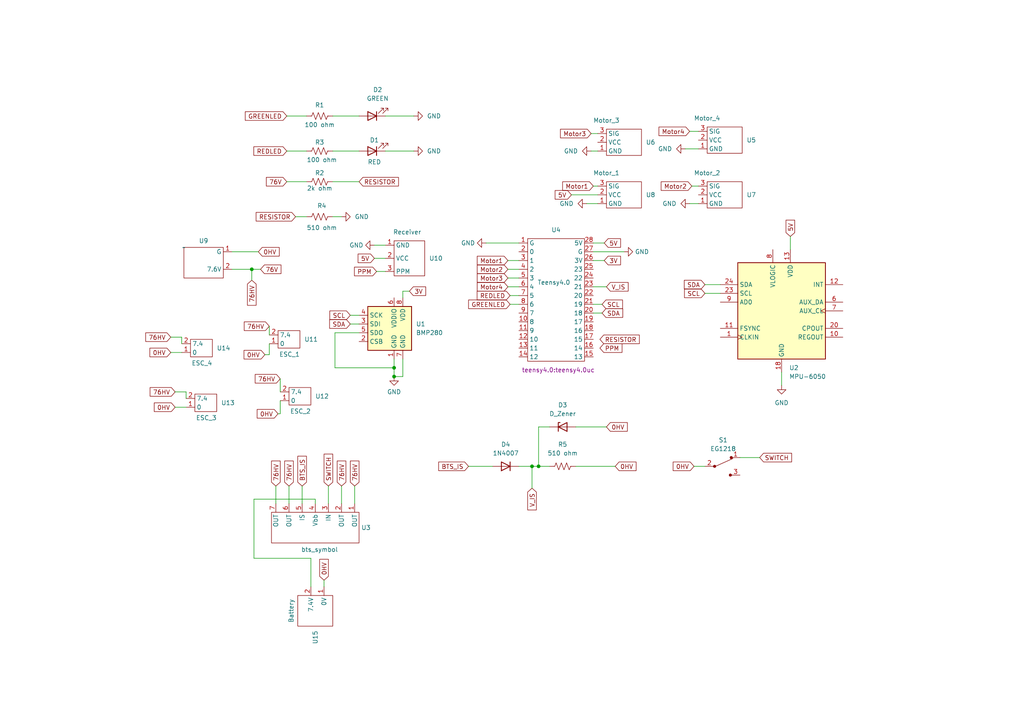
<source format=kicad_sch>
(kicad_sch (version 20230121) (generator eeschema)

  (uuid c134f076-a695-40ce-b4ad-350f65c61328)

  (paper "A4")

  (title_block
    (title "Upper Quadcopter Frame")
  )

  (lib_symbols
    (symbol "Device:D_Zener" (pin_numbers hide) (pin_names (offset 1.016) hide) (in_bom yes) (on_board yes)
      (property "Reference" "D" (at 0 2.54 0)
        (effects (font (size 1.27 1.27)))
      )
      (property "Value" "D_Zener" (at 0 -2.54 0)
        (effects (font (size 1.27 1.27)))
      )
      (property "Footprint" "" (at 0 0 0)
        (effects (font (size 1.27 1.27)) hide)
      )
      (property "Datasheet" "~" (at 0 0 0)
        (effects (font (size 1.27 1.27)) hide)
      )
      (property "ki_keywords" "diode" (at 0 0 0)
        (effects (font (size 1.27 1.27)) hide)
      )
      (property "ki_description" "Zener diode" (at 0 0 0)
        (effects (font (size 1.27 1.27)) hide)
      )
      (property "ki_fp_filters" "TO-???* *_Diode_* *SingleDiode* D_*" (at 0 0 0)
        (effects (font (size 1.27 1.27)) hide)
      )
      (symbol "D_Zener_0_1"
        (polyline
          (pts
            (xy 1.27 0)
            (xy -1.27 0)
          )
          (stroke (width 0) (type default))
          (fill (type none))
        )
        (polyline
          (pts
            (xy -1.27 -1.27)
            (xy -1.27 1.27)
            (xy -0.762 1.27)
          )
          (stroke (width 0.254) (type default))
          (fill (type none))
        )
        (polyline
          (pts
            (xy 1.27 -1.27)
            (xy 1.27 1.27)
            (xy -1.27 0)
            (xy 1.27 -1.27)
          )
          (stroke (width 0.254) (type default))
          (fill (type none))
        )
      )
      (symbol "D_Zener_1_1"
        (pin passive line (at -3.81 0 0) (length 2.54)
          (name "K" (effects (font (size 1.27 1.27))))
          (number "1" (effects (font (size 1.27 1.27))))
        )
        (pin passive line (at 3.81 0 180) (length 2.54)
          (name "A" (effects (font (size 1.27 1.27))))
          (number "2" (effects (font (size 1.27 1.27))))
        )
      )
    )
    (symbol "Device:LED" (pin_numbers hide) (pin_names (offset 1.016) hide) (in_bom yes) (on_board yes)
      (property "Reference" "D" (at 0 2.54 0)
        (effects (font (size 1.27 1.27)))
      )
      (property "Value" "LED" (at 0 -2.54 0)
        (effects (font (size 1.27 1.27)))
      )
      (property "Footprint" "" (at 0 0 0)
        (effects (font (size 1.27 1.27)) hide)
      )
      (property "Datasheet" "~" (at 0 0 0)
        (effects (font (size 1.27 1.27)) hide)
      )
      (property "ki_keywords" "LED diode" (at 0 0 0)
        (effects (font (size 1.27 1.27)) hide)
      )
      (property "ki_description" "Light emitting diode" (at 0 0 0)
        (effects (font (size 1.27 1.27)) hide)
      )
      (property "ki_fp_filters" "LED* LED_SMD:* LED_THT:*" (at 0 0 0)
        (effects (font (size 1.27 1.27)) hide)
      )
      (symbol "LED_0_1"
        (polyline
          (pts
            (xy -1.27 -1.27)
            (xy -1.27 1.27)
          )
          (stroke (width 0.254) (type default))
          (fill (type none))
        )
        (polyline
          (pts
            (xy -1.27 0)
            (xy 1.27 0)
          )
          (stroke (width 0) (type default))
          (fill (type none))
        )
        (polyline
          (pts
            (xy 1.27 -1.27)
            (xy 1.27 1.27)
            (xy -1.27 0)
            (xy 1.27 -1.27)
          )
          (stroke (width 0.254) (type default))
          (fill (type none))
        )
        (polyline
          (pts
            (xy -3.048 -0.762)
            (xy -4.572 -2.286)
            (xy -3.81 -2.286)
            (xy -4.572 -2.286)
            (xy -4.572 -1.524)
          )
          (stroke (width 0) (type default))
          (fill (type none))
        )
        (polyline
          (pts
            (xy -1.778 -0.762)
            (xy -3.302 -2.286)
            (xy -2.54 -2.286)
            (xy -3.302 -2.286)
            (xy -3.302 -1.524)
          )
          (stroke (width 0) (type default))
          (fill (type none))
        )
      )
      (symbol "LED_1_1"
        (pin passive line (at -3.81 0 0) (length 2.54)
          (name "K" (effects (font (size 1.27 1.27))))
          (number "1" (effects (font (size 1.27 1.27))))
        )
        (pin passive line (at 3.81 0 180) (length 2.54)
          (name "A" (effects (font (size 1.27 1.27))))
          (number "2" (effects (font (size 1.27 1.27))))
        )
      )
    )
    (symbol "Device:R_US" (pin_numbers hide) (pin_names (offset 0)) (in_bom yes) (on_board yes)
      (property "Reference" "R" (at 2.54 0 90)
        (effects (font (size 1.27 1.27)))
      )
      (property "Value" "R_US" (at -2.54 0 90)
        (effects (font (size 1.27 1.27)))
      )
      (property "Footprint" "" (at 1.016 -0.254 90)
        (effects (font (size 1.27 1.27)) hide)
      )
      (property "Datasheet" "~" (at 0 0 0)
        (effects (font (size 1.27 1.27)) hide)
      )
      (property "ki_keywords" "R res resistor" (at 0 0 0)
        (effects (font (size 1.27 1.27)) hide)
      )
      (property "ki_description" "Resistor, US symbol" (at 0 0 0)
        (effects (font (size 1.27 1.27)) hide)
      )
      (property "ki_fp_filters" "R_*" (at 0 0 0)
        (effects (font (size 1.27 1.27)) hide)
      )
      (symbol "R_US_0_1"
        (polyline
          (pts
            (xy 0 -2.286)
            (xy 0 -2.54)
          )
          (stroke (width 0) (type default))
          (fill (type none))
        )
        (polyline
          (pts
            (xy 0 2.286)
            (xy 0 2.54)
          )
          (stroke (width 0) (type default))
          (fill (type none))
        )
        (polyline
          (pts
            (xy 0 -0.762)
            (xy 1.016 -1.143)
            (xy 0 -1.524)
            (xy -1.016 -1.905)
            (xy 0 -2.286)
          )
          (stroke (width 0) (type default))
          (fill (type none))
        )
        (polyline
          (pts
            (xy 0 0.762)
            (xy 1.016 0.381)
            (xy 0 0)
            (xy -1.016 -0.381)
            (xy 0 -0.762)
          )
          (stroke (width 0) (type default))
          (fill (type none))
        )
        (polyline
          (pts
            (xy 0 2.286)
            (xy 1.016 1.905)
            (xy 0 1.524)
            (xy -1.016 1.143)
            (xy 0 0.762)
          )
          (stroke (width 0) (type default))
          (fill (type none))
        )
      )
      (symbol "R_US_1_1"
        (pin passive line (at 0 3.81 270) (length 1.27)
          (name "~" (effects (font (size 1.27 1.27))))
          (number "1" (effects (font (size 1.27 1.27))))
        )
        (pin passive line (at 0 -3.81 90) (length 1.27)
          (name "~" (effects (font (size 1.27 1.27))))
          (number "2" (effects (font (size 1.27 1.27))))
        )
      )
    )
    (symbol "Diode:1N4007" (pin_numbers hide) (pin_names hide) (in_bom yes) (on_board yes)
      (property "Reference" "D" (at 0 2.54 0)
        (effects (font (size 1.27 1.27)))
      )
      (property "Value" "1N4007" (at 0 -2.54 0)
        (effects (font (size 1.27 1.27)))
      )
      (property "Footprint" "Diode_THT:D_DO-41_SOD81_P10.16mm_Horizontal" (at 0 -4.445 0)
        (effects (font (size 1.27 1.27)) hide)
      )
      (property "Datasheet" "http://www.vishay.com/docs/88503/1n4001.pdf" (at 0 0 0)
        (effects (font (size 1.27 1.27)) hide)
      )
      (property "Sim.Device" "D" (at 0 0 0)
        (effects (font (size 1.27 1.27)) hide)
      )
      (property "Sim.Pins" "1=K 2=A" (at 0 0 0)
        (effects (font (size 1.27 1.27)) hide)
      )
      (property "ki_keywords" "diode" (at 0 0 0)
        (effects (font (size 1.27 1.27)) hide)
      )
      (property "ki_description" "1000V 1A General Purpose Rectifier Diode, DO-41" (at 0 0 0)
        (effects (font (size 1.27 1.27)) hide)
      )
      (property "ki_fp_filters" "D*DO?41*" (at 0 0 0)
        (effects (font (size 1.27 1.27)) hide)
      )
      (symbol "1N4007_0_1"
        (polyline
          (pts
            (xy -1.27 1.27)
            (xy -1.27 -1.27)
          )
          (stroke (width 0.254) (type default))
          (fill (type none))
        )
        (polyline
          (pts
            (xy 1.27 0)
            (xy -1.27 0)
          )
          (stroke (width 0) (type default))
          (fill (type none))
        )
        (polyline
          (pts
            (xy 1.27 1.27)
            (xy 1.27 -1.27)
            (xy -1.27 0)
            (xy 1.27 1.27)
          )
          (stroke (width 0.254) (type default))
          (fill (type none))
        )
      )
      (symbol "1N4007_1_1"
        (pin passive line (at -3.81 0 0) (length 2.54)
          (name "K" (effects (font (size 1.27 1.27))))
          (number "1" (effects (font (size 1.27 1.27))))
        )
        (pin passive line (at 3.81 0 180) (length 2.54)
          (name "A" (effects (font (size 1.27 1.27))))
          (number "2" (effects (font (size 1.27 1.27))))
        )
      )
    )
    (symbol "New_Library:Battery" (in_bom yes) (on_board yes)
      (property "Reference" "U" (at 1.27 2.54 0)
        (effects (font (size 1.27 1.27)))
      )
      (property "Value" "" (at 0 0 0)
        (effects (font (size 1.27 1.27)))
      )
      (property "Footprint" "" (at 0 0 0)
        (effects (font (size 1.27 1.27)) hide)
      )
      (property "Datasheet" "" (at 0 0 0)
        (effects (font (size 1.27 1.27)) hide)
      )
      (symbol "Battery_0_1"
        (rectangle (start 0 0) (end 8.89 -10.16)
          (stroke (width 0) (type default))
          (fill (type none))
        )
      )
      (symbol "Battery_1_1"
        (pin input line (at -2.54 -2.54 0) (length 2.54)
          (name "0V" (effects (font (size 1.27 1.27))))
          (number "1" (effects (font (size 1.27 1.27))))
        )
        (pin input line (at -2.54 -6.35 0) (length 2.54)
          (name "7.4V" (effects (font (size 1.27 1.27))))
          (number "2" (effects (font (size 1.27 1.27))))
        )
      )
    )
    (symbol "New_Library:ESC" (in_bom yes) (on_board yes)
      (property "Reference" "U" (at 0 1.27 0)
        (effects (font (size 1.27 1.27)))
      )
      (property "Value" "" (at 0 0 0)
        (effects (font (size 1.27 1.27)))
      )
      (property "Footprint" "" (at 0 0 0)
        (effects (font (size 1.27 1.27)) hide)
      )
      (property "Datasheet" "" (at 0 0 0)
        (effects (font (size 1.27 1.27)) hide)
      )
      (symbol "ESC_0_1"
        (rectangle (start 0 0) (end 6.35 -5.08)
          (stroke (width 0) (type default))
          (fill (type none))
        )
      )
      (symbol "ESC_1_1"
        (pin input line (at -2.54 -3.81 0) (length 2.54)
          (name "0" (effects (font (size 1.27 1.27))))
          (number "1" (effects (font (size 1.27 1.27))))
        )
        (pin input line (at -2.54 -1.27 0) (length 2.54)
          (name "7.4" (effects (font (size 1.27 1.27))))
          (number "2" (effects (font (size 1.27 1.27))))
        )
      )
    )
    (symbol "New_Library:External_Power" (in_bom yes) (on_board yes)
      (property "Reference" "U" (at 5.08 2.54 0)
        (effects (font (size 1.27 1.27)))
      )
      (property "Value" "" (at 0 0 0)
        (effects (font (size 1.27 1.27)))
      )
      (property "Footprint" "" (at 0 0 0)
        (effects (font (size 1.27 1.27)) hide)
      )
      (property "Datasheet" "" (at 0 0 0)
        (effects (font (size 1.27 1.27)) hide)
      )
      (symbol "External_Power_0_1"
        (rectangle (start 0 0) (end 11.43 -8.89)
          (stroke (width 0) (type default))
          (fill (type none))
        )
      )
      (symbol "External_Power_1_1"
        (pin input line (at 13.97 -1.27 180) (length 2.54)
          (name "G" (effects (font (size 1.27 1.27))))
          (number "1" (effects (font (size 1.27 1.27))))
        )
        (pin input line (at 13.97 -6.35 180) (length 2.54)
          (name "7.6V" (effects (font (size 1.27 1.27))))
          (number "2" (effects (font (size 1.27 1.27))))
        )
      )
    )
    (symbol "New_Library:Motor" (in_bom yes) (on_board yes)
      (property "Reference" "U" (at 1.27 1.27 0)
        (effects (font (size 1.27 1.27)))
      )
      (property "Value" "" (at 0 2.54 0)
        (effects (font (size 1.27 1.27)))
      )
      (property "Footprint" "" (at 0 2.54 0)
        (effects (font (size 1.27 1.27)) hide)
      )
      (property "Datasheet" "" (at 0 2.54 0)
        (effects (font (size 1.27 1.27)) hide)
      )
      (symbol "Motor_0_1"
        (rectangle (start 0 0) (end 10.16 -7.62)
          (stroke (width 0) (type default))
          (fill (type none))
        )
      )
      (symbol "Motor_1_1"
        (pin input line (at -2.54 -6.35 0) (length 2.54)
          (name "GND" (effects (font (size 1.27 1.27))))
          (number "1" (effects (font (size 1.27 1.27))))
        )
        (pin input line (at -2.54 -3.81 0) (length 2.54)
          (name "VCC" (effects (font (size 1.27 1.27))))
          (number "2" (effects (font (size 1.27 1.27))))
        )
        (pin input line (at -2.54 -1.27 0) (length 2.54)
          (name "SIG" (effects (font (size 1.27 1.27))))
          (number "3" (effects (font (size 1.27 1.27))))
        )
      )
    )
    (symbol "New_Library:Receiver" (in_bom yes) (on_board yes)
      (property "Reference" "U" (at 0 1.27 0)
        (effects (font (size 1.27 1.27)))
      )
      (property "Value" "" (at 0 0 0)
        (effects (font (size 1.27 1.27)))
      )
      (property "Footprint" "" (at 0 0 0)
        (effects (font (size 1.27 1.27)) hide)
      )
      (property "Datasheet" "" (at 0 0 0)
        (effects (font (size 1.27 1.27)) hide)
      )
      (symbol "Receiver_0_1"
        (rectangle (start 0 0) (end 8.89 -10.16)
          (stroke (width 0) (type default))
          (fill (type none))
        )
      )
      (symbol "Receiver_1_1"
        (pin input line (at -2.54 -1.27 0) (length 2.54)
          (name "GND" (effects (font (size 1.27 1.27))))
          (number "1" (effects (font (size 1.27 1.27))))
        )
        (pin input line (at -2.54 -5.08 0) (length 2.54)
          (name "VCC" (effects (font (size 1.27 1.27))))
          (number "2" (effects (font (size 1.27 1.27))))
        )
        (pin input line (at -2.54 -8.89 0) (length 2.54)
          (name "PPM" (effects (font (size 1.27 1.27))))
          (number "3" (effects (font (size 1.27 1.27))))
        )
      )
    )
    (symbol "New_Library:Teensy4.0uc" (in_bom yes) (on_board yes)
      (property "Reference" "U" (at 0 15.24 0)
        (effects (font (size 1.27 1.27)))
      )
      (property "Value" "" (at 0 0 0)
        (effects (font (size 1.27 1.27)))
      )
      (property "Footprint" "" (at 0 0 0)
        (effects (font (size 1.27 1.27)) hide)
      )
      (property "Datasheet" "" (at 0 0 0)
        (effects (font (size 1.27 1.27)) hide)
      )
      (symbol "Teensy4.0uc_0_1"
        (rectangle (start -7.62 12.7) (end 8.89 -22.86)
          (stroke (width 0) (type default))
          (fill (type none))
        )
      )
      (symbol "Teensy4.0uc_1_1"
        (pin input line (at -10.16 11.43 0) (length 2.54)
          (name "G" (effects (font (size 1.27 1.27))))
          (number "1" (effects (font (size 1.27 1.27))))
        )
        (pin input line (at -10.16 -11.43 0) (length 2.54)
          (name "8" (effects (font (size 1.27 1.27))))
          (number "10" (effects (font (size 1.27 1.27))))
        )
        (pin input line (at -10.16 -13.97 0) (length 2.54)
          (name "9" (effects (font (size 1.27 1.27))))
          (number "11" (effects (font (size 1.27 1.27))))
        )
        (pin input line (at -10.16 -16.51 0) (length 2.54)
          (name "10" (effects (font (size 1.27 1.27))))
          (number "12" (effects (font (size 1.27 1.27))))
        )
        (pin input line (at -10.16 -19.05 0) (length 2.54)
          (name "11" (effects (font (size 1.27 1.27))))
          (number "13" (effects (font (size 1.27 1.27))))
        )
        (pin input line (at -10.16 -21.59 0) (length 2.54)
          (name "12" (effects (font (size 1.27 1.27))))
          (number "14" (effects (font (size 1.27 1.27))))
        )
        (pin input line (at 11.43 -21.59 180) (length 2.54)
          (name "13" (effects (font (size 1.27 1.27))))
          (number "15" (effects (font (size 1.27 1.27))))
        )
        (pin input line (at 11.43 -19.05 180) (length 2.54)
          (name "14" (effects (font (size 1.27 1.27))))
          (number "16" (effects (font (size 1.27 1.27))))
        )
        (pin input line (at 11.43 -16.51 180) (length 2.54)
          (name "15" (effects (font (size 1.27 1.27))))
          (number "17" (effects (font (size 1.27 1.27))))
        )
        (pin input line (at 11.43 -13.97 180) (length 2.54)
          (name "16" (effects (font (size 1.27 1.27))))
          (number "18" (effects (font (size 1.27 1.27))))
        )
        (pin input line (at 11.43 -11.43 180) (length 2.54)
          (name "17" (effects (font (size 1.27 1.27))))
          (number "19" (effects (font (size 1.27 1.27))))
        )
        (pin input line (at -10.16 8.89 0) (length 2.54)
          (name "0" (effects (font (size 1.27 1.27))))
          (number "2" (effects (font (size 1.27 1.27))))
        )
        (pin input line (at 11.43 -8.89 180) (length 2.54)
          (name "18" (effects (font (size 1.27 1.27))))
          (number "20" (effects (font (size 1.27 1.27))))
        )
        (pin input line (at 11.43 -6.35 180) (length 2.54)
          (name "19" (effects (font (size 1.27 1.27))))
          (number "21" (effects (font (size 1.27 1.27))))
        )
        (pin input line (at 11.43 -3.81 180) (length 2.54)
          (name "20" (effects (font (size 1.27 1.27))))
          (number "22" (effects (font (size 1.27 1.27))))
        )
        (pin input line (at 11.43 -1.27 180) (length 2.54)
          (name "21" (effects (font (size 1.27 1.27))))
          (number "23" (effects (font (size 1.27 1.27))))
        )
        (pin input line (at 11.43 1.27 180) (length 2.54)
          (name "22" (effects (font (size 1.27 1.27))))
          (number "24" (effects (font (size 1.27 1.27))))
        )
        (pin input line (at 11.43 3.81 180) (length 2.54)
          (name "23" (effects (font (size 1.27 1.27))))
          (number "25" (effects (font (size 1.27 1.27))))
        )
        (pin input line (at 11.43 6.35 180) (length 2.54)
          (name "3V" (effects (font (size 1.27 1.27))))
          (number "26" (effects (font (size 1.27 1.27))))
        )
        (pin input line (at 11.43 8.89 180) (length 2.54)
          (name "G" (effects (font (size 1.27 1.27))))
          (number "27" (effects (font (size 1.27 1.27))))
        )
        (pin input line (at 11.43 11.43 180) (length 2.54)
          (name "5V" (effects (font (size 1.27 1.27))))
          (number "28" (effects (font (size 1.27 1.27))))
        )
        (pin input line (at -10.16 6.35 0) (length 2.54)
          (name "1" (effects (font (size 1.27 1.27))))
          (number "3" (effects (font (size 1.27 1.27))))
        )
        (pin input line (at -10.16 3.81 0) (length 2.54)
          (name "2" (effects (font (size 1.27 1.27))))
          (number "4" (effects (font (size 1.27 1.27))))
        )
        (pin input line (at -10.16 1.27 0) (length 2.54)
          (name "3" (effects (font (size 1.27 1.27))))
          (number "5" (effects (font (size 1.27 1.27))))
        )
        (pin input line (at -10.16 -1.27 0) (length 2.54)
          (name "4" (effects (font (size 1.27 1.27))))
          (number "6" (effects (font (size 1.27 1.27))))
        )
        (pin input line (at -10.16 -3.81 0) (length 2.54)
          (name "5" (effects (font (size 1.27 1.27))))
          (number "7" (effects (font (size 1.27 1.27))))
        )
        (pin input line (at -10.16 -6.35 0) (length 2.54)
          (name "6" (effects (font (size 1.27 1.27))))
          (number "8" (effects (font (size 1.27 1.27))))
        )
        (pin input line (at -10.16 -8.89 0) (length 2.54)
          (name "7" (effects (font (size 1.27 1.27))))
          (number "9" (effects (font (size 1.27 1.27))))
        )
      )
    )
    (symbol "New_Library:bts_symbol" (in_bom yes) (on_board yes)
      (property "Reference" "U" (at 0 1.27 0)
        (effects (font (size 1.27 1.27)))
      )
      (property "Value" "" (at 0 0 0)
        (effects (font (size 1.27 1.27)))
      )
      (property "Footprint" "" (at 0 0 0)
        (effects (font (size 1.27 1.27)) hide)
      )
      (property "Datasheet" "" (at 0 0 0)
        (effects (font (size 1.27 1.27)) hide)
      )
      (symbol "bts_symbol_0_1"
        (rectangle (start 0 0) (end 8.89 -25.4)
          (stroke (width 0) (type default))
          (fill (type none))
        )
      )
      (symbol "bts_symbol_1_1"
        (pin input line (at -2.54 -1.27 0) (length 2.54)
          (name "OUT" (effects (font (size 1.27 1.27))))
          (number "1" (effects (font (size 1.27 1.27))))
        )
        (pin input line (at -2.54 -5.08 0) (length 2.54)
          (name "OUT" (effects (font (size 1.27 1.27))))
          (number "2" (effects (font (size 1.27 1.27))))
        )
        (pin input line (at -2.54 -8.89 0) (length 2.54)
          (name "IN" (effects (font (size 1.27 1.27))))
          (number "3" (effects (font (size 1.27 1.27))))
        )
        (pin input line (at -2.54 -12.7 0) (length 2.54)
          (name "Vbb" (effects (font (size 1.27 1.27))))
          (number "4" (effects (font (size 1.27 1.27))))
        )
        (pin input line (at -2.54 -16.51 0) (length 2.54)
          (name "IS" (effects (font (size 1.27 1.27))))
          (number "5" (effects (font (size 1.27 1.27))))
        )
        (pin input line (at -2.54 -20.32 0) (length 2.54)
          (name "OUT" (effects (font (size 1.27 1.27))))
          (number "6" (effects (font (size 1.27 1.27))))
        )
        (pin input line (at -2.54 -24.13 0) (length 2.54)
          (name "OUT" (effects (font (size 1.27 1.27))))
          (number "7" (effects (font (size 1.27 1.27))))
        )
      )
    )
    (symbol "Sensor_Motion:MPU-6050" (in_bom yes) (on_board yes)
      (property "Reference" "U" (at -11.43 13.97 0)
        (effects (font (size 1.27 1.27)))
      )
      (property "Value" "MPU-6050" (at 7.62 -15.24 0)
        (effects (font (size 1.27 1.27)))
      )
      (property "Footprint" "Sensor_Motion:InvenSense_QFN-24_4x4mm_P0.5mm" (at 0 -20.32 0)
        (effects (font (size 1.27 1.27)) hide)
      )
      (property "Datasheet" "https://invensense.tdk.com/wp-content/uploads/2015/02/MPU-6000-Datasheet1.pdf" (at 0 -3.81 0)
        (effects (font (size 1.27 1.27)) hide)
      )
      (property "ki_keywords" "mems" (at 0 0 0)
        (effects (font (size 1.27 1.27)) hide)
      )
      (property "ki_description" "InvenSense 6-Axis Motion Sensor, Gyroscope, Accelerometer, I2C" (at 0 0 0)
        (effects (font (size 1.27 1.27)) hide)
      )
      (property "ki_fp_filters" "*QFN*4x4mm*P0.5mm*" (at 0 0 0)
        (effects (font (size 1.27 1.27)) hide)
      )
      (symbol "MPU-6050_0_0"
        (text "" (at 12.7 -2.54 0)
          (effects (font (size 1.27 1.27)))
        )
      )
      (symbol "MPU-6050_0_1"
        (rectangle (start -12.7 13.97) (end 12.7 -13.97)
          (stroke (width 0.254) (type default))
          (fill (type background))
        )
      )
      (symbol "MPU-6050_1_1"
        (pin input clock (at -17.78 -7.62 0) (length 5.08)
          (name "CLKIN" (effects (font (size 1.27 1.27))))
          (number "1" (effects (font (size 1.27 1.27))))
        )
        (pin passive line (at 17.78 -7.62 180) (length 5.08)
          (name "REGOUT" (effects (font (size 1.27 1.27))))
          (number "10" (effects (font (size 1.27 1.27))))
        )
        (pin input line (at -17.78 -5.08 0) (length 5.08)
          (name "FSYNC" (effects (font (size 1.27 1.27))))
          (number "11" (effects (font (size 1.27 1.27))))
        )
        (pin output line (at 17.78 7.62 180) (length 5.08)
          (name "INT" (effects (font (size 1.27 1.27))))
          (number "12" (effects (font (size 1.27 1.27))))
        )
        (pin power_in line (at 2.54 17.78 270) (length 3.81)
          (name "VDD" (effects (font (size 1.27 1.27))))
          (number "13" (effects (font (size 1.27 1.27))))
        )
        (pin no_connect line (at -12.7 -10.16 0) (length 2.54) hide
          (name "NC" (effects (font (size 1.27 1.27))))
          (number "14" (effects (font (size 1.27 1.27))))
        )
        (pin no_connect line (at 12.7 12.7 180) (length 2.54) hide
          (name "NC" (effects (font (size 1.27 1.27))))
          (number "15" (effects (font (size 1.27 1.27))))
        )
        (pin no_connect line (at 12.7 10.16 180) (length 2.54) hide
          (name "NC" (effects (font (size 1.27 1.27))))
          (number "16" (effects (font (size 1.27 1.27))))
        )
        (pin no_connect line (at 12.7 5.08 180) (length 2.54) hide
          (name "NC" (effects (font (size 1.27 1.27))))
          (number "17" (effects (font (size 1.27 1.27))))
        )
        (pin power_in line (at 0 -17.78 90) (length 3.81)
          (name "GND" (effects (font (size 1.27 1.27))))
          (number "18" (effects (font (size 1.27 1.27))))
        )
        (pin no_connect line (at 12.7 -10.16 180) (length 2.54) hide
          (name "RESV" (effects (font (size 1.27 1.27))))
          (number "19" (effects (font (size 1.27 1.27))))
        )
        (pin no_connect line (at -12.7 12.7 0) (length 2.54) hide
          (name "NC" (effects (font (size 1.27 1.27))))
          (number "2" (effects (font (size 1.27 1.27))))
        )
        (pin passive line (at 17.78 -5.08 180) (length 5.08)
          (name "CPOUT" (effects (font (size 1.27 1.27))))
          (number "20" (effects (font (size 1.27 1.27))))
        )
        (pin no_connect line (at 12.7 -2.54 180) (length 2.54) hide
          (name "RESV" (effects (font (size 1.27 1.27))))
          (number "21" (effects (font (size 1.27 1.27))))
        )
        (pin no_connect line (at 12.7 -12.7 180) (length 2.54) hide
          (name "RESV" (effects (font (size 1.27 1.27))))
          (number "22" (effects (font (size 1.27 1.27))))
        )
        (pin input line (at -17.78 5.08 0) (length 5.08)
          (name "SCL" (effects (font (size 1.27 1.27))))
          (number "23" (effects (font (size 1.27 1.27))))
        )
        (pin bidirectional line (at -17.78 7.62 0) (length 5.08)
          (name "SDA" (effects (font (size 1.27 1.27))))
          (number "24" (effects (font (size 1.27 1.27))))
        )
        (pin no_connect line (at -12.7 10.16 0) (length 2.54) hide
          (name "NC" (effects (font (size 1.27 1.27))))
          (number "3" (effects (font (size 1.27 1.27))))
        )
        (pin no_connect line (at -12.7 0 0) (length 2.54) hide
          (name "NC" (effects (font (size 1.27 1.27))))
          (number "4" (effects (font (size 1.27 1.27))))
        )
        (pin no_connect line (at -12.7 -2.54 0) (length 2.54) hide
          (name "NC" (effects (font (size 1.27 1.27))))
          (number "5" (effects (font (size 1.27 1.27))))
        )
        (pin bidirectional line (at 17.78 2.54 180) (length 5.08)
          (name "AUX_DA" (effects (font (size 1.27 1.27))))
          (number "6" (effects (font (size 1.27 1.27))))
        )
        (pin output clock (at 17.78 0 180) (length 5.08)
          (name "AUX_CL" (effects (font (size 1.27 1.27))))
          (number "7" (effects (font (size 1.27 1.27))))
        )
        (pin power_in line (at -2.54 17.78 270) (length 3.81)
          (name "VLOGIC" (effects (font (size 1.27 1.27))))
          (number "8" (effects (font (size 1.27 1.27))))
        )
        (pin input line (at -17.78 2.54 0) (length 5.08)
          (name "AD0" (effects (font (size 1.27 1.27))))
          (number "9" (effects (font (size 1.27 1.27))))
        )
      )
    )
    (symbol "Sensor_Pressure:BMP280" (in_bom yes) (on_board yes)
      (property "Reference" "U" (at -7.62 10.16 0)
        (effects (font (size 1.27 1.27)) (justify left top))
      )
      (property "Value" "BMP280" (at 5.08 10.16 0)
        (effects (font (size 1.27 1.27)) (justify left top))
      )
      (property "Footprint" "Package_LGA:Bosch_LGA-8_2x2.5mm_P0.65mm_ClockwisePinNumbering" (at 0 -17.78 0)
        (effects (font (size 1.27 1.27)) hide)
      )
      (property "Datasheet" "https://ae-bst.resource.bosch.com/media/_tech/media/datasheets/BST-BMP280-DS001.pdf" (at 0 0 0)
        (effects (font (size 1.27 1.27)) hide)
      )
      (property "ki_keywords" "I2C, SPI, pressure, temperature, sensor" (at 0 0 0)
        (effects (font (size 1.27 1.27)) hide)
      )
      (property "ki_description" "Absolute Barometric Pressure Sensor, LGA-8" (at 0 0 0)
        (effects (font (size 1.27 1.27)) hide)
      )
      (property "ki_fp_filters" "Bosch*LGA*2x2.5mm*P0.65mm*" (at 0 0 0)
        (effects (font (size 1.27 1.27)) hide)
      )
      (symbol "BMP280_0_1"
        (rectangle (start -7.62 -5.08) (end 5.08 7.62)
          (stroke (width 0.254) (type default))
          (fill (type background))
        )
      )
      (symbol "BMP280_1_1"
        (pin power_in line (at 0 -7.62 90) (length 2.54)
          (name "GND" (effects (font (size 1.27 1.27))))
          (number "1" (effects (font (size 1.27 1.27))))
        )
        (pin input line (at -10.16 -2.54 0) (length 2.54)
          (name "CSB" (effects (font (size 1.27 1.27))))
          (number "2" (effects (font (size 1.27 1.27))))
        )
        (pin bidirectional line (at -10.16 2.54 0) (length 2.54)
          (name "SDI" (effects (font (size 1.27 1.27))))
          (number "3" (effects (font (size 1.27 1.27))))
        )
        (pin input line (at -10.16 5.08 0) (length 2.54)
          (name "SCK" (effects (font (size 1.27 1.27))))
          (number "4" (effects (font (size 1.27 1.27))))
        )
        (pin bidirectional line (at -10.16 0 0) (length 2.54)
          (name "SDO" (effects (font (size 1.27 1.27))))
          (number "5" (effects (font (size 1.27 1.27))))
        )
        (pin power_in line (at 0 10.16 270) (length 2.54)
          (name "VDDIO" (effects (font (size 1.27 1.27))))
          (number "6" (effects (font (size 1.27 1.27))))
        )
        (pin power_in line (at 2.54 -7.62 90) (length 2.54)
          (name "GND" (effects (font (size 1.27 1.27))))
          (number "7" (effects (font (size 1.27 1.27))))
        )
        (pin power_in line (at 2.54 10.16 270) (length 2.54)
          (name "VDD" (effects (font (size 1.27 1.27))))
          (number "8" (effects (font (size 1.27 1.27))))
        )
      )
    )
    (symbol "dk_Slide-Switches:EG1218" (pin_names (offset 0)) (in_bom yes) (on_board yes)
      (property "Reference" "S" (at -3.81 2.286 0)
        (effects (font (size 1.27 1.27)))
      )
      (property "Value" "EG1218" (at 0 -5.334 0)
        (effects (font (size 1.27 1.27)))
      )
      (property "Footprint" "digikey-footprints:Switch_Slide_11.6x4mm_EG1218" (at 5.08 5.08 0)
        (effects (font (size 1.27 1.27)) (justify left) hide)
      )
      (property "Datasheet" "http://spec_sheets.e-switch.com/specs/P040040.pdf" (at 5.08 7.62 0)
        (effects (font (size 1.524 1.524)) (justify left) hide)
      )
      (property "Digi-Key_PN" "EG1903-ND" (at 5.08 10.16 0)
        (effects (font (size 1.524 1.524)) (justify left) hide)
      )
      (property "MPN" "EG1218" (at 5.08 12.7 0)
        (effects (font (size 1.524 1.524)) (justify left) hide)
      )
      (property "Category" "Switches" (at 5.08 15.24 0)
        (effects (font (size 1.524 1.524)) (justify left) hide)
      )
      (property "Family" "Slide Switches" (at 5.08 17.78 0)
        (effects (font (size 1.524 1.524)) (justify left) hide)
      )
      (property "DK_Datasheet_Link" "http://spec_sheets.e-switch.com/specs/P040040.pdf" (at 5.08 20.32 0)
        (effects (font (size 1.524 1.524)) (justify left) hide)
      )
      (property "DK_Detail_Page" "/product-detail/en/e-switch/EG1218/EG1903-ND/101726" (at 5.08 22.86 0)
        (effects (font (size 1.524 1.524)) (justify left) hide)
      )
      (property "Description" "SWITCH SLIDE SPDT 200MA 30V" (at 5.08 25.4 0)
        (effects (font (size 1.524 1.524)) (justify left) hide)
      )
      (property "Manufacturer" "E-Switch" (at 5.08 27.94 0)
        (effects (font (size 1.524 1.524)) (justify left) hide)
      )
      (property "Status" "Active" (at 5.08 30.48 0)
        (effects (font (size 1.524 1.524)) (justify left) hide)
      )
      (property "ki_keywords" "EG1903-ND EG" (at 0 0 0)
        (effects (font (size 1.27 1.27)) hide)
      )
      (property "ki_description" "SWITCH SLIDE SPDT 200MA 30V" (at 0 0 0)
        (effects (font (size 1.27 1.27)) hide)
      )
      (symbol "EG1218_0_1"
        (circle (center -2.286 0) (radius 0.3556)
          (stroke (width 0) (type solid))
          (fill (type outline))
        )
        (polyline
          (pts
            (xy -2.032 0)
            (xy 3.048 2.286)
          )
          (stroke (width 0) (type solid))
          (fill (type none))
        )
        (circle (center 2.286 -2.54) (radius 0.3556)
          (stroke (width 0) (type solid))
          (fill (type outline))
        )
        (circle (center 2.54 2.54) (radius 0.3556)
          (stroke (width 0) (type solid))
          (fill (type outline))
        )
      )
      (symbol "EG1218_1_1"
        (pin passive line (at 5.08 2.54 180) (length 2.54)
          (name "~" (effects (font (size 1.27 1.27))))
          (number "1" (effects (font (size 1.27 1.27))))
        )
        (pin passive line (at -5.08 0 0) (length 2.54)
          (name "~" (effects (font (size 1.27 1.27))))
          (number "2" (effects (font (size 1.27 1.27))))
        )
        (pin passive line (at 5.08 -2.54 180) (length 2.54)
          (name "~" (effects (font (size 1.27 1.27))))
          (number "3" (effects (font (size 1.27 1.27))))
        )
      )
    )
    (symbol "power:GND" (power) (pin_names (offset 0)) (in_bom yes) (on_board yes)
      (property "Reference" "#PWR" (at 0 -6.35 0)
        (effects (font (size 1.27 1.27)) hide)
      )
      (property "Value" "GND" (at 0 -3.81 0)
        (effects (font (size 1.27 1.27)))
      )
      (property "Footprint" "" (at 0 0 0)
        (effects (font (size 1.27 1.27)) hide)
      )
      (property "Datasheet" "" (at 0 0 0)
        (effects (font (size 1.27 1.27)) hide)
      )
      (property "ki_keywords" "global power" (at 0 0 0)
        (effects (font (size 1.27 1.27)) hide)
      )
      (property "ki_description" "Power symbol creates a global label with name \"GND\" , ground" (at 0 0 0)
        (effects (font (size 1.27 1.27)) hide)
      )
      (symbol "GND_0_1"
        (polyline
          (pts
            (xy 0 0)
            (xy 0 -1.27)
            (xy 1.27 -1.27)
            (xy 0 -2.54)
            (xy -1.27 -1.27)
            (xy 0 -1.27)
          )
          (stroke (width 0) (type default))
          (fill (type none))
        )
      )
      (symbol "GND_1_1"
        (pin power_in line (at 0 0 270) (length 0) hide
          (name "GND" (effects (font (size 1.27 1.27))))
          (number "1" (effects (font (size 1.27 1.27))))
        )
      )
    )
  )

  (junction (at 114.3 109.22) (diameter 0) (color 0 0 0 0)
    (uuid 27840ca3-3848-4d96-a353-f6fcd24709ca)
  )
  (junction (at 73.025 78.105) (diameter 0) (color 0 0 0 0)
    (uuid 7aaed522-803a-41f8-9fe2-035f40000f56)
  )
  (junction (at 154.305 135.255) (diameter 0) (color 0 0 0 0)
    (uuid aa0bed9c-c607-434f-9425-36168becdb8a)
  )
  (junction (at 114.3 106.68) (diameter 0) (color 0 0 0 0)
    (uuid cbcd7083-77b6-49d1-a49e-969e68ed0651)
  )
  (junction (at 156.21 135.255) (diameter 0) (color 0 0 0 0)
    (uuid d1e839c1-c0b4-47cd-9b4b-beabbbcaba8c)
  )

  (wire (pts (xy 172.085 88.265) (xy 174.625 88.265))
    (stroke (width 0) (type default))
    (uuid 010ec82d-9780-4f4e-bc17-14c8477b4426)
  )
  (wire (pts (xy 90.17 161.925) (xy 73.66 161.925))
    (stroke (width 0) (type default))
    (uuid 03770a84-64f9-4d66-8528-e1966bab085f)
  )
  (wire (pts (xy 73.66 161.925) (xy 73.66 144.78))
    (stroke (width 0) (type default))
    (uuid 06067a54-c026-4943-aff5-54a3cffa6cd4)
  )
  (wire (pts (xy 52.705 97.79) (xy 52.705 99.695))
    (stroke (width 0) (type default))
    (uuid 072f5fef-d7d7-4868-b672-d2913628db81)
  )
  (wire (pts (xy 170.18 59.055) (xy 173.355 59.055))
    (stroke (width 0) (type default))
    (uuid 07fac490-38d6-4590-8d0e-5f4063105dbc)
  )
  (wire (pts (xy 95.25 140.97) (xy 95.25 146.05))
    (stroke (width 0) (type default))
    (uuid 0b19572f-db82-4b59-8a51-fa235a308ce3)
  )
  (wire (pts (xy 102.87 140.97) (xy 102.87 146.05))
    (stroke (width 0) (type default))
    (uuid 0c60e7ae-ce80-45db-9ced-d24eb4711d75)
  )
  (wire (pts (xy 104.14 96.52) (xy 97.155 96.52))
    (stroke (width 0) (type default))
    (uuid 0cb9d34c-1707-4f47-8e5a-8e87eceb3e09)
  )
  (wire (pts (xy 147.32 75.565) (xy 150.495 75.565))
    (stroke (width 0) (type default))
    (uuid 11ae2ddc-b85f-46f6-8805-31645fd264a6)
  )
  (wire (pts (xy 200.025 38.1) (xy 202.565 38.1))
    (stroke (width 0) (type default))
    (uuid 12c603ae-acd0-4236-8901-5141f8ccf030)
  )
  (wire (pts (xy 226.695 107.95) (xy 226.695 111.76))
    (stroke (width 0) (type default))
    (uuid 12cd8c6d-b5ec-46e8-bb42-534bce5e86fd)
  )
  (wire (pts (xy 80.01 140.97) (xy 80.01 146.05))
    (stroke (width 0) (type default))
    (uuid 14690901-a52c-4b58-b9c1-1c62e305436f)
  )
  (wire (pts (xy 83.185 52.705) (xy 88.9 52.705))
    (stroke (width 0) (type default))
    (uuid 1597e550-f21d-45d8-ad3b-1079376f0eb6)
  )
  (wire (pts (xy 198.755 43.18) (xy 202.565 43.18))
    (stroke (width 0) (type default))
    (uuid 207f8020-cdee-4ae2-b8d7-a7e47c15ebab)
  )
  (wire (pts (xy 114.3 109.22) (xy 114.3 106.68))
    (stroke (width 0) (type default))
    (uuid 22906a5d-c159-4cd8-a481-f3f8d2ab4dad)
  )
  (wire (pts (xy 154.305 135.255) (xy 156.21 135.255))
    (stroke (width 0) (type default))
    (uuid 22d28767-e3c2-4a9f-bed6-819804dc9531)
  )
  (wire (pts (xy 167.005 135.255) (xy 178.435 135.255))
    (stroke (width 0) (type default))
    (uuid 246af77a-2e17-427c-a063-63d9657c9935)
  )
  (wire (pts (xy 118.745 84.455) (xy 116.84 84.455))
    (stroke (width 0) (type default))
    (uuid 26bd0ea0-12ed-4ade-a52a-e6a39a2fbabb)
  )
  (wire (pts (xy 204.47 82.55) (xy 208.915 82.55))
    (stroke (width 0) (type default))
    (uuid 27c54a63-24d1-4e01-88ae-a3d03b17e155)
  )
  (wire (pts (xy 83.82 140.97) (xy 83.82 146.05))
    (stroke (width 0) (type default))
    (uuid 28c916ac-29e2-4ca1-8268-b1708a2a0011)
  )
  (wire (pts (xy 90.17 170.18) (xy 90.17 161.925))
    (stroke (width 0) (type default))
    (uuid 2b553470-9d84-42f9-b3ac-1b1823861048)
  )
  (wire (pts (xy 150.495 135.255) (xy 154.305 135.255))
    (stroke (width 0) (type default))
    (uuid 346d9f7a-5fe0-40dd-b338-a8a617bddf4b)
  )
  (wire (pts (xy 116.84 104.14) (xy 116.84 109.22))
    (stroke (width 0) (type default))
    (uuid 374ad4ef-5cba-4acc-823d-0779d647444d)
  )
  (wire (pts (xy 81.28 116.205) (xy 81.28 120.015))
    (stroke (width 0) (type default))
    (uuid 3f275314-05da-46ad-9072-124fc17b909e)
  )
  (wire (pts (xy 204.47 85.09) (xy 208.915 85.09))
    (stroke (width 0) (type default))
    (uuid 442cae38-7c8e-4b7f-8a80-f635f2077bd8)
  )
  (wire (pts (xy 50.8 113.665) (xy 53.975 113.665))
    (stroke (width 0) (type default))
    (uuid 45118a59-c5ab-4647-b3a1-d61b81c18a39)
  )
  (wire (pts (xy 49.53 97.79) (xy 52.705 97.79))
    (stroke (width 0) (type default))
    (uuid 45d79392-d790-46b1-a06e-9797002c7c21)
  )
  (wire (pts (xy 83.185 43.815) (xy 88.9 43.815))
    (stroke (width 0) (type default))
    (uuid 467635a5-bd4c-4bd5-850c-9e144b894d83)
  )
  (wire (pts (xy 78.105 102.87) (xy 76.835 102.87))
    (stroke (width 0) (type default))
    (uuid 4b4ebab2-2920-4ca7-8534-aae8a7b864a1)
  )
  (wire (pts (xy 78.105 94.615) (xy 78.105 97.155))
    (stroke (width 0) (type default))
    (uuid 4b69b6f8-938c-46e1-b476-737ce416ec42)
  )
  (wire (pts (xy 171.45 43.815) (xy 173.355 43.815))
    (stroke (width 0) (type default))
    (uuid 4ce9d4ff-d360-454f-af82-4cac79990ccd)
  )
  (wire (pts (xy 50.8 118.11) (xy 53.975 118.11))
    (stroke (width 0) (type default))
    (uuid 4e86681f-1f67-44d9-9339-c73f5fc27a80)
  )
  (wire (pts (xy 159.385 123.825) (xy 156.21 123.825))
    (stroke (width 0) (type default))
    (uuid 4eec0435-43f6-4565-be69-3bfbccfe2836)
  )
  (wire (pts (xy 81.28 109.855) (xy 81.28 113.665))
    (stroke (width 0) (type default))
    (uuid 4f8f02d4-f2c1-4870-8289-c171961ec720)
  )
  (wire (pts (xy 147.32 80.645) (xy 150.495 80.645))
    (stroke (width 0) (type default))
    (uuid 51d5a5c0-357f-4515-991a-87240f870b6b)
  )
  (wire (pts (xy 108.585 74.93) (xy 111.76 74.93))
    (stroke (width 0) (type default))
    (uuid 58a01026-5f27-4f43-8853-7c4921450883)
  )
  (wire (pts (xy 101.6 93.98) (xy 104.14 93.98))
    (stroke (width 0) (type default))
    (uuid 5ababd8a-71c6-49d1-81ab-b23af1841f1e)
  )
  (wire (pts (xy 67.31 78.105) (xy 73.025 78.105))
    (stroke (width 0) (type default))
    (uuid 5dbd41b8-25fe-45c2-98e7-caff6953812c)
  )
  (wire (pts (xy 85.725 62.865) (xy 88.9 62.865))
    (stroke (width 0) (type default))
    (uuid 5fe5676b-2c12-43ce-aed5-953555bb7a0b)
  )
  (wire (pts (xy 135.89 135.255) (xy 142.875 135.255))
    (stroke (width 0) (type default))
    (uuid 61c9e8a0-34e8-47ea-bc9d-cf9f12749f9c)
  )
  (wire (pts (xy 147.955 88.265) (xy 150.495 88.265))
    (stroke (width 0) (type default))
    (uuid 6831f4c1-e105-49ad-9fc9-81b9989415fc)
  )
  (wire (pts (xy 111.76 43.815) (xy 120.015 43.815))
    (stroke (width 0) (type default))
    (uuid 6afffdb3-dee9-495f-af81-e28c362ad092)
  )
  (wire (pts (xy 81.28 120.015) (xy 80.645 120.015))
    (stroke (width 0) (type default))
    (uuid 6b917c36-b7fa-4309-851d-dc5b47198199)
  )
  (wire (pts (xy 156.21 123.825) (xy 156.21 135.255))
    (stroke (width 0) (type default))
    (uuid 6bf18e2f-f58c-4bad-a931-09112fff85e5)
  )
  (wire (pts (xy 172.085 73.025) (xy 180.975 73.025))
    (stroke (width 0) (type default))
    (uuid 6c7b196d-2c65-4ddb-b948-95dfc1580b09)
  )
  (wire (pts (xy 101.6 91.44) (xy 104.14 91.44))
    (stroke (width 0) (type default))
    (uuid 73183a83-975e-43e5-9532-0cd17018225a)
  )
  (wire (pts (xy 93.98 168.275) (xy 93.98 170.18))
    (stroke (width 0) (type default))
    (uuid 75225b74-54ee-4de7-9de3-2ed6f89ae45b)
  )
  (wire (pts (xy 147.955 85.725) (xy 150.495 85.725))
    (stroke (width 0) (type default))
    (uuid 7a723b60-731e-45d9-86aa-86473b9ce122)
  )
  (wire (pts (xy 214.63 132.715) (xy 220.345 132.715))
    (stroke (width 0) (type default))
    (uuid 7e5e74e7-1d16-4214-b0fe-b312faedb2ae)
  )
  (wire (pts (xy 116.84 84.455) (xy 116.84 86.36))
    (stroke (width 0) (type default))
    (uuid 7fded669-ae82-46cb-883e-6922e353aa4a)
  )
  (wire (pts (xy 73.66 144.78) (xy 91.44 144.78))
    (stroke (width 0) (type default))
    (uuid 82055880-4ae5-48a3-9d67-a3f3f1fecaf4)
  )
  (wire (pts (xy 67.31 73.025) (xy 74.93 73.025))
    (stroke (width 0) (type default))
    (uuid 833f1ca7-9810-4b74-8b39-5c58c7269675)
  )
  (wire (pts (xy 147.32 78.105) (xy 150.495 78.105))
    (stroke (width 0) (type default))
    (uuid 83c66914-c66d-4b5a-acaf-3df7db11549d)
  )
  (wire (pts (xy 167.005 123.825) (xy 175.895 123.825))
    (stroke (width 0) (type default))
    (uuid 885e3e21-a2d1-4bf2-81f4-04afce27481a)
  )
  (wire (pts (xy 97.155 96.52) (xy 97.155 106.68))
    (stroke (width 0) (type default))
    (uuid 8a8a1f32-d13d-4045-8e96-832f401e0c3c)
  )
  (wire (pts (xy 49.53 102.235) (xy 52.705 102.235))
    (stroke (width 0) (type default))
    (uuid 8ad575a1-4d3c-4997-8b47-dede840028dd)
  )
  (wire (pts (xy 114.3 106.68) (xy 114.3 104.14))
    (stroke (width 0) (type default))
    (uuid 8c76ec03-0255-430f-a1a1-8cb27de78a7f)
  )
  (wire (pts (xy 108.585 71.12) (xy 111.76 71.12))
    (stroke (width 0) (type default))
    (uuid 8ed100ef-0115-4ff8-b0a8-4d6c4ea0388f)
  )
  (wire (pts (xy 172.085 53.975) (xy 173.355 53.975))
    (stroke (width 0) (type default))
    (uuid 8f93d4df-a32f-4d31-8c93-a70ab6db1f8c)
  )
  (wire (pts (xy 83.185 33.655) (xy 88.9 33.655))
    (stroke (width 0) (type default))
    (uuid 8fe9c82b-6da8-4fa5-a316-043708992b60)
  )
  (wire (pts (xy 172.085 70.485) (xy 175.26 70.485))
    (stroke (width 0) (type default))
    (uuid 96dc3d7a-57fc-4ae2-a327-db9eab4f8434)
  )
  (wire (pts (xy 172.085 83.185) (xy 175.895 83.185))
    (stroke (width 0) (type default))
    (uuid 97a35eb9-4098-444e-a289-5ef313703011)
  )
  (wire (pts (xy 109.22 78.74) (xy 111.76 78.74))
    (stroke (width 0) (type default))
    (uuid 98eb2f81-d2f8-4aed-9e36-dff2a1ea83cb)
  )
  (wire (pts (xy 97.155 106.68) (xy 114.3 106.68))
    (stroke (width 0) (type default))
    (uuid 9a5b91c9-b4d8-4021-869b-2dc387fc8eda)
  )
  (wire (pts (xy 147.32 83.185) (xy 150.495 83.185))
    (stroke (width 0) (type default))
    (uuid 9bc88b55-fa0e-4e61-b6b4-e679dc0d0363)
  )
  (wire (pts (xy 91.44 144.78) (xy 91.44 146.05))
    (stroke (width 0) (type default))
    (uuid 9e9679a6-a9f0-4e50-8e48-d52df8ce44f9)
  )
  (wire (pts (xy 200.66 53.975) (xy 202.565 53.975))
    (stroke (width 0) (type default))
    (uuid a693cc55-04f6-4144-92ac-f5a5d927aa7c)
  )
  (wire (pts (xy 156.21 135.255) (xy 159.385 135.255))
    (stroke (width 0) (type default))
    (uuid ab4c260e-fb14-40dd-a45c-bf708b37095d)
  )
  (wire (pts (xy 140.97 70.485) (xy 150.495 70.485))
    (stroke (width 0) (type default))
    (uuid b0356242-4c0a-453f-ae1c-239567bce131)
  )
  (wire (pts (xy 53.975 113.665) (xy 53.975 115.57))
    (stroke (width 0) (type default))
    (uuid ba02531b-1abc-4f3e-953d-bcfe4e9d129a)
  )
  (wire (pts (xy 116.84 109.22) (xy 114.3 109.22))
    (stroke (width 0) (type default))
    (uuid bb450853-67c4-4d97-967b-6263f0fb4ea6)
  )
  (wire (pts (xy 78.105 99.695) (xy 78.105 102.87))
    (stroke (width 0) (type default))
    (uuid bbd5b277-cf87-4f6a-8107-f51793d922e3)
  )
  (wire (pts (xy 96.52 43.815) (xy 104.14 43.815))
    (stroke (width 0) (type default))
    (uuid bcc6ef44-06ed-44f9-ade6-f582ee8cc734)
  )
  (wire (pts (xy 96.52 52.705) (xy 104.14 52.705))
    (stroke (width 0) (type default))
    (uuid bdd57cb0-bb4c-454a-aceb-8f9eea32c579)
  )
  (wire (pts (xy 200.025 59.055) (xy 202.565 59.055))
    (stroke (width 0) (type default))
    (uuid c0030576-8382-4ca1-b4ea-cf8928689033)
  )
  (wire (pts (xy 165.735 56.515) (xy 173.355 56.515))
    (stroke (width 0) (type default))
    (uuid c41d4b47-974d-494a-b047-cc133a453891)
  )
  (wire (pts (xy 229.235 68.58) (xy 229.235 72.39))
    (stroke (width 0) (type default))
    (uuid cac65a9a-406e-491a-97c5-b640f37c8f8c)
  )
  (wire (pts (xy 87.63 140.97) (xy 87.63 146.05))
    (stroke (width 0) (type default))
    (uuid cba2f646-5de1-4b48-8a9c-10b9f4a03ac4)
  )
  (wire (pts (xy 96.52 62.865) (xy 99.06 62.865))
    (stroke (width 0) (type default))
    (uuid cc664bc2-209e-47fa-a1f2-4794da9561d3)
  )
  (wire (pts (xy 172.085 75.565) (xy 175.26 75.565))
    (stroke (width 0) (type default))
    (uuid cc77d0cb-3929-4bfc-b789-ff772a3f3126)
  )
  (wire (pts (xy 96.52 33.655) (xy 104.14 33.655))
    (stroke (width 0) (type default))
    (uuid cc8edc36-2d6f-40f4-89d2-a3fd211c276b)
  )
  (wire (pts (xy 111.76 33.655) (xy 120.015 33.655))
    (stroke (width 0) (type default))
    (uuid cf5c28f6-3ec5-415b-bb70-a0a2312d9d02)
  )
  (wire (pts (xy 172.085 90.805) (xy 174.625 90.805))
    (stroke (width 0) (type default))
    (uuid d62da365-0732-421b-a4be-2481e9c1bcd0)
  )
  (wire (pts (xy 99.06 140.97) (xy 99.06 146.05))
    (stroke (width 0) (type default))
    (uuid e3e7a05f-3d1d-48e9-b1a1-b84ba914c7ee)
  )
  (wire (pts (xy 73.025 78.105) (xy 73.025 81.28))
    (stroke (width 0) (type default))
    (uuid e907bcd0-e664-4c22-b501-696c7a1d804e)
  )
  (wire (pts (xy 154.305 135.255) (xy 154.305 141.605))
    (stroke (width 0) (type default))
    (uuid edec669a-0182-4377-b9a5-79e1d5d0cb25)
  )
  (wire (pts (xy 201.295 135.255) (xy 204.47 135.255))
    (stroke (width 0) (type default))
    (uuid f34f0bba-35ea-4878-a679-3f3feeb31234)
  )
  (wire (pts (xy 171.45 38.735) (xy 173.355 38.735))
    (stroke (width 0) (type default))
    (uuid f6fe5233-8f39-4011-a20f-0f48edff95e3)
  )
  (wire (pts (xy 73.025 78.105) (xy 75.565 78.105))
    (stroke (width 0) (type default))
    (uuid fa4afa75-7334-4002-8938-84e8d1055c14)
  )

  (global_label "RESISTOR" (shape input) (at 173.99 98.425 0) (fields_autoplaced)
    (effects (font (size 1.27 1.27)) (justify left))
    (uuid 0ce3740d-b7c0-4af4-9e56-8e8c59b18a80)
    (property "Intersheetrefs" "${INTERSHEET_REFS}" (at 185.9861 98.425 0)
      (effects (font (size 1.27 1.27)) (justify left) hide)
    )
  )
  (global_label "76HV" (shape input) (at 73.025 81.28 270) (fields_autoplaced)
    (effects (font (size 1.27 1.27)) (justify right))
    (uuid 0e2fde46-63d1-46d8-a845-495b53b3c937)
    (property "Intersheetrefs" "${INTERSHEET_REFS}" (at 73.025 89.1033 90)
      (effects (font (size 1.27 1.27)) (justify right) hide)
    )
  )
  (global_label "SDA" (shape input) (at 204.47 82.55 180) (fields_autoplaced)
    (effects (font (size 1.27 1.27)) (justify right))
    (uuid 0ea8175a-396b-42af-b71e-3a204bc751b4)
    (property "Intersheetrefs" "${INTERSHEET_REFS}" (at 197.9167 82.55 0)
      (effects (font (size 1.27 1.27)) (justify right) hide)
    )
  )
  (global_label "5V" (shape input) (at 229.235 68.58 90) (fields_autoplaced)
    (effects (font (size 1.27 1.27)) (justify left))
    (uuid 0f03ca70-45e9-4995-81d0-8592975c8f14)
    (property "Intersheetrefs" "${INTERSHEET_REFS}" (at 229.235 63.2967 90)
      (effects (font (size 1.27 1.27)) (justify left) hide)
    )
  )
  (global_label "SCL" (shape input) (at 174.625 88.265 0) (fields_autoplaced)
    (effects (font (size 1.27 1.27)) (justify left))
    (uuid 1407734b-bf64-4232-af83-f28da9153326)
    (property "Intersheetrefs" "${INTERSHEET_REFS}" (at 181.1178 88.265 0)
      (effects (font (size 1.27 1.27)) (justify left) hide)
    )
  )
  (global_label "GREENLED" (shape input) (at 83.185 33.655 180) (fields_autoplaced)
    (effects (font (size 1.27 1.27)) (justify right))
    (uuid 1aa71454-6423-42d6-874a-8d747d503e7d)
    (property "Intersheetrefs" "${INTERSHEET_REFS}" (at 70.5842 33.655 0)
      (effects (font (size 1.27 1.27)) (justify right) hide)
    )
  )
  (global_label "RESISTOR" (shape input) (at 85.725 62.865 180) (fields_autoplaced)
    (effects (font (size 1.27 1.27)) (justify right))
    (uuid 1e26c859-6e5e-466f-bc88-dd49f3d9b7ae)
    (property "Intersheetrefs" "${INTERSHEET_REFS}" (at 73.7289 62.865 0)
      (effects (font (size 1.27 1.27)) (justify right) hide)
    )
  )
  (global_label "SDA" (shape input) (at 174.625 90.805 0) (fields_autoplaced)
    (effects (font (size 1.27 1.27)) (justify left))
    (uuid 256b1b2f-2621-4648-a160-15be4937ee98)
    (property "Intersheetrefs" "${INTERSHEET_REFS}" (at 181.1783 90.805 0)
      (effects (font (size 1.27 1.27)) (justify left) hide)
    )
  )
  (global_label "0HV" (shape input) (at 93.98 168.275 90) (fields_autoplaced)
    (effects (font (size 1.27 1.27)) (justify left))
    (uuid 28403f02-d1b8-480b-a095-efd6ffb398ae)
    (property "Intersheetrefs" "${INTERSHEET_REFS}" (at 93.98 161.6612 90)
      (effects (font (size 1.27 1.27)) (justify left) hide)
    )
  )
  (global_label "Motor1" (shape input) (at 147.32 75.565 180) (fields_autoplaced)
    (effects (font (size 1.27 1.27)) (justify right))
    (uuid 32c1d6cd-9915-4e5a-84ab-d5e7b70e7cd2)
    (property "Intersheetrefs" "${INTERSHEET_REFS}" (at 137.864 75.565 0)
      (effects (font (size 1.27 1.27)) (justify right) hide)
    )
  )
  (global_label "0HV" (shape input) (at 175.895 123.825 0) (fields_autoplaced)
    (effects (font (size 1.27 1.27)) (justify left))
    (uuid 3582461d-fb47-463f-aa3b-aa3e53d131d9)
    (property "Intersheetrefs" "${INTERSHEET_REFS}" (at 182.5088 123.825 0)
      (effects (font (size 1.27 1.27)) (justify left) hide)
    )
  )
  (global_label "REDLED" (shape input) (at 83.185 43.815 180) (fields_autoplaced)
    (effects (font (size 1.27 1.27)) (justify right))
    (uuid 45ae5f40-8152-46c9-a047-e2d5de841191)
    (property "Intersheetrefs" "${INTERSHEET_REFS}" (at 73.0637 43.815 0)
      (effects (font (size 1.27 1.27)) (justify right) hide)
    )
  )
  (global_label "5V" (shape input) (at 175.26 70.485 0) (fields_autoplaced)
    (effects (font (size 1.27 1.27)) (justify left))
    (uuid 4a0eeb75-4434-478e-a5d4-09ca235eab4d)
    (property "Intersheetrefs" "${INTERSHEET_REFS}" (at 180.5433 70.485 0)
      (effects (font (size 1.27 1.27)) (justify left) hide)
    )
  )
  (global_label "Motor2" (shape input) (at 147.32 78.105 180) (fields_autoplaced)
    (effects (font (size 1.27 1.27)) (justify right))
    (uuid 4a284e60-99a7-49f7-a48f-8a248db9f4ce)
    (property "Intersheetrefs" "${INTERSHEET_REFS}" (at 137.864 78.105 0)
      (effects (font (size 1.27 1.27)) (justify right) hide)
    )
  )
  (global_label "76HV" (shape input) (at 50.8 113.665 180) (fields_autoplaced)
    (effects (font (size 1.27 1.27)) (justify right))
    (uuid 4ba1d547-98fa-4117-af23-950fac3a7ed9)
    (property "Intersheetrefs" "${INTERSHEET_REFS}" (at 42.9767 113.665 0)
      (effects (font (size 1.27 1.27)) (justify right) hide)
    )
  )
  (global_label "5V" (shape input) (at 108.585 74.93 180) (fields_autoplaced)
    (effects (font (size 1.27 1.27)) (justify right))
    (uuid 4fa0d511-38c6-4612-a538-a862e337792c)
    (property "Intersheetrefs" "${INTERSHEET_REFS}" (at 103.3017 74.93 0)
      (effects (font (size 1.27 1.27)) (justify right) hide)
    )
  )
  (global_label "0HV" (shape input) (at 178.435 135.255 0) (fields_autoplaced)
    (effects (font (size 1.27 1.27)) (justify left))
    (uuid 5220447b-c29c-4593-be20-ca8dd3a35310)
    (property "Intersheetrefs" "${INTERSHEET_REFS}" (at 185.0488 135.255 0)
      (effects (font (size 1.27 1.27)) (justify left) hide)
    )
  )
  (global_label "0HV" (shape input) (at 80.645 120.015 180) (fields_autoplaced)
    (effects (font (size 1.27 1.27)) (justify right))
    (uuid 556d11b5-05d2-4ab4-b19f-bb9b777def51)
    (property "Intersheetrefs" "${INTERSHEET_REFS}" (at 74.0312 120.015 0)
      (effects (font (size 1.27 1.27)) (justify right) hide)
    )
  )
  (global_label "SDA" (shape input) (at 101.6 93.98 180) (fields_autoplaced)
    (effects (font (size 1.27 1.27)) (justify right))
    (uuid 5674dce0-6164-4d11-84c7-09dda836244c)
    (property "Intersheetrefs" "${INTERSHEET_REFS}" (at 95.0467 93.98 0)
      (effects (font (size 1.27 1.27)) (justify right) hide)
    )
  )
  (global_label "0HV" (shape input) (at 74.93 73.025 0) (fields_autoplaced)
    (effects (font (size 1.27 1.27)) (justify left))
    (uuid 5c38bca2-d9e2-4659-a8e7-7e53cc2125b2)
    (property "Intersheetrefs" "${INTERSHEET_REFS}" (at 81.5438 73.025 0)
      (effects (font (size 1.27 1.27)) (justify left) hide)
    )
  )
  (global_label "V_IS" (shape input) (at 175.895 83.185 0) (fields_autoplaced)
    (effects (font (size 1.27 1.27)) (justify left))
    (uuid 5e0f5548-41c9-4a93-a1f3-aebf71c581e0)
    (property "Intersheetrefs" "${INTERSHEET_REFS}" (at 182.7507 83.185 0)
      (effects (font (size 1.27 1.27)) (justify left) hide)
    )
  )
  (global_label "0HV" (shape input) (at 49.53 102.235 180) (fields_autoplaced)
    (effects (font (size 1.27 1.27)) (justify right))
    (uuid 5fb0d5a1-7a81-43c5-90c5-9e878e8163f1)
    (property "Intersheetrefs" "${INTERSHEET_REFS}" (at 42.9162 102.235 0)
      (effects (font (size 1.27 1.27)) (justify right) hide)
    )
  )
  (global_label "BTS_IS" (shape input) (at 135.89 135.255 180) (fields_autoplaced)
    (effects (font (size 1.27 1.27)) (justify right))
    (uuid 6280e6e8-d1bd-439d-bcb7-00fcdd495d96)
    (property "Intersheetrefs" "${INTERSHEET_REFS}" (at 126.6758 135.255 0)
      (effects (font (size 1.27 1.27)) (justify right) hide)
    )
  )
  (global_label "SWITCH" (shape input) (at 95.25 140.97 90) (fields_autoplaced)
    (effects (font (size 1.27 1.27)) (justify left))
    (uuid 6ea05e01-f131-4835-a449-90d4be30d9b8)
    (property "Intersheetrefs" "${INTERSHEET_REFS}" (at 95.25 131.151 90)
      (effects (font (size 1.27 1.27)) (justify left) hide)
    )
  )
  (global_label "76V" (shape input) (at 75.565 78.105 0) (fields_autoplaced)
    (effects (font (size 1.27 1.27)) (justify left))
    (uuid 76c5b6eb-8d2f-4df0-84d5-f4a2090776a6)
    (property "Intersheetrefs" "${INTERSHEET_REFS}" (at 82.0578 78.105 0)
      (effects (font (size 1.27 1.27)) (justify left) hide)
    )
  )
  (global_label "76HV" (shape input) (at 49.53 97.79 180) (fields_autoplaced)
    (effects (font (size 1.27 1.27)) (justify right))
    (uuid 78054267-d533-4ae3-84de-b0a8940dddf0)
    (property "Intersheetrefs" "${INTERSHEET_REFS}" (at 41.7067 97.79 0)
      (effects (font (size 1.27 1.27)) (justify right) hide)
    )
  )
  (global_label "Motor2" (shape input) (at 200.66 53.975 180) (fields_autoplaced)
    (effects (font (size 1.27 1.27)) (justify right))
    (uuid 7faf7661-c24f-4ad6-800a-7fe856a59d79)
    (property "Intersheetrefs" "${INTERSHEET_REFS}" (at 191.204 53.975 0)
      (effects (font (size 1.27 1.27)) (justify right) hide)
    )
  )
  (global_label "PPM" (shape input) (at 173.99 100.965 0) (fields_autoplaced)
    (effects (font (size 1.27 1.27)) (justify left))
    (uuid 810f3375-f1f8-456f-bdc4-9fdb6648e357)
    (property "Intersheetrefs" "${INTERSHEET_REFS}" (at 180.9666 100.965 0)
      (effects (font (size 1.27 1.27)) (justify left) hide)
    )
  )
  (global_label "Motor3" (shape input) (at 171.45 38.735 180) (fields_autoplaced)
    (effects (font (size 1.27 1.27)) (justify right))
    (uuid 88c1c588-3440-40ee-a782-0e5cf8d9da4b)
    (property "Intersheetrefs" "${INTERSHEET_REFS}" (at 161.994 38.735 0)
      (effects (font (size 1.27 1.27)) (justify right) hide)
    )
  )
  (global_label "GREENLED" (shape input) (at 147.955 88.265 180) (fields_autoplaced)
    (effects (font (size 1.27 1.27)) (justify right))
    (uuid 8b4cbf23-21eb-4935-a7fd-13288fe4e54c)
    (property "Intersheetrefs" "${INTERSHEET_REFS}" (at 135.3542 88.265 0)
      (effects (font (size 1.27 1.27)) (justify right) hide)
    )
  )
  (global_label "76HV" (shape input) (at 102.87 140.97 90) (fields_autoplaced)
    (effects (font (size 1.27 1.27)) (justify left))
    (uuid 8bebc50f-e05e-423c-a8aa-a146f9556b07)
    (property "Intersheetrefs" "${INTERSHEET_REFS}" (at 102.87 133.1467 90)
      (effects (font (size 1.27 1.27)) (justify left) hide)
    )
  )
  (global_label "0HV" (shape input) (at 76.835 102.87 180) (fields_autoplaced)
    (effects (font (size 1.27 1.27)) (justify right))
    (uuid 948bddd6-9ee8-427a-8247-2eeea177e0ff)
    (property "Intersheetrefs" "${INTERSHEET_REFS}" (at 70.2212 102.87 0)
      (effects (font (size 1.27 1.27)) (justify right) hide)
    )
  )
  (global_label "5V" (shape input) (at 165.735 56.515 180) (fields_autoplaced)
    (effects (font (size 1.27 1.27)) (justify right))
    (uuid 9a6f3f9b-7531-42fd-8e78-0fac7bdd763a)
    (property "Intersheetrefs" "${INTERSHEET_REFS}" (at 160.4517 56.515 0)
      (effects (font (size 1.27 1.27)) (justify right) hide)
    )
  )
  (global_label "76HV" (shape input) (at 80.01 140.97 90) (fields_autoplaced)
    (effects (font (size 1.27 1.27)) (justify left))
    (uuid 9c1743c1-b698-4b01-b374-e771276167fe)
    (property "Intersheetrefs" "${INTERSHEET_REFS}" (at 80.01 133.1467 90)
      (effects (font (size 1.27 1.27)) (justify left) hide)
    )
  )
  (global_label "SWITCH" (shape input) (at 220.345 132.715 0) (fields_autoplaced)
    (effects (font (size 1.27 1.27)) (justify left))
    (uuid a2e5ce2e-c7da-4a6b-b8bb-4a46a5ed4df2)
    (property "Intersheetrefs" "${INTERSHEET_REFS}" (at 230.164 132.715 0)
      (effects (font (size 1.27 1.27)) (justify left) hide)
    )
  )
  (global_label "REDLED" (shape input) (at 147.955 85.725 180) (fields_autoplaced)
    (effects (font (size 1.27 1.27)) (justify right))
    (uuid a4af3a48-4378-473b-95de-2a54150ead42)
    (property "Intersheetrefs" "${INTERSHEET_REFS}" (at 137.8337 85.725 0)
      (effects (font (size 1.27 1.27)) (justify right) hide)
    )
  )
  (global_label "76HV" (shape input) (at 99.06 140.97 90) (fields_autoplaced)
    (effects (font (size 1.27 1.27)) (justify left))
    (uuid a4d751d2-3c76-46d9-8fdf-d2638c61642c)
    (property "Intersheetrefs" "${INTERSHEET_REFS}" (at 99.06 133.1467 90)
      (effects (font (size 1.27 1.27)) (justify left) hide)
    )
  )
  (global_label "76HV" (shape input) (at 78.105 94.615 180) (fields_autoplaced)
    (effects (font (size 1.27 1.27)) (justify right))
    (uuid a7d21680-77f3-4e12-aaad-0145859f8f9b)
    (property "Intersheetrefs" "${INTERSHEET_REFS}" (at 70.2817 94.615 0)
      (effects (font (size 1.27 1.27)) (justify right) hide)
    )
  )
  (global_label "76HV" (shape input) (at 81.28 109.855 180) (fields_autoplaced)
    (effects (font (size 1.27 1.27)) (justify right))
    (uuid ac6ea305-0389-47a0-827e-dc9ce5a18946)
    (property "Intersheetrefs" "${INTERSHEET_REFS}" (at 73.4567 109.855 0)
      (effects (font (size 1.27 1.27)) (justify right) hide)
    )
  )
  (global_label "76V" (shape input) (at 83.185 52.705 180) (fields_autoplaced)
    (effects (font (size 1.27 1.27)) (justify right))
    (uuid af19d27d-dd16-40d6-a1f3-3386b7a60fc2)
    (property "Intersheetrefs" "${INTERSHEET_REFS}" (at 76.6922 52.705 0)
      (effects (font (size 1.27 1.27)) (justify right) hide)
    )
  )
  (global_label "BTS_IS" (shape input) (at 87.63 140.97 90) (fields_autoplaced)
    (effects (font (size 1.27 1.27)) (justify left))
    (uuid b3c69844-867b-4325-a987-7bdf2e1046fa)
    (property "Intersheetrefs" "${INTERSHEET_REFS}" (at 87.63 131.7558 90)
      (effects (font (size 1.27 1.27)) (justify left) hide)
    )
  )
  (global_label "Motor3" (shape input) (at 147.32 80.645 180) (fields_autoplaced)
    (effects (font (size 1.27 1.27)) (justify right))
    (uuid c130d254-fa6c-4c39-a403-d400f044fab1)
    (property "Intersheetrefs" "${INTERSHEET_REFS}" (at 137.864 80.645 0)
      (effects (font (size 1.27 1.27)) (justify right) hide)
    )
  )
  (global_label "Motor4" (shape input) (at 200.025 38.1 180) (fields_autoplaced)
    (effects (font (size 1.27 1.27)) (justify right))
    (uuid c4b215df-2423-4324-b56d-aeffd2abe5d1)
    (property "Intersheetrefs" "${INTERSHEET_REFS}" (at 190.569 38.1 0)
      (effects (font (size 1.27 1.27)) (justify right) hide)
    )
  )
  (global_label "PPM" (shape input) (at 109.22 78.74 180) (fields_autoplaced)
    (effects (font (size 1.27 1.27)) (justify right))
    (uuid c662384a-dc54-451a-82dc-3a75707aba74)
    (property "Intersheetrefs" "${INTERSHEET_REFS}" (at 102.2434 78.74 0)
      (effects (font (size 1.27 1.27)) (justify right) hide)
    )
  )
  (global_label "0HV" (shape input) (at 50.8 118.11 180) (fields_autoplaced)
    (effects (font (size 1.27 1.27)) (justify right))
    (uuid c842127f-273f-4daa-9512-707699ab0ba2)
    (property "Intersheetrefs" "${INTERSHEET_REFS}" (at 44.1862 118.11 0)
      (effects (font (size 1.27 1.27)) (justify right) hide)
    )
  )
  (global_label "3V" (shape input) (at 175.26 75.565 0) (fields_autoplaced)
    (effects (font (size 1.27 1.27)) (justify left))
    (uuid caa5e308-70e2-493b-9fd2-a230e38c5b87)
    (property "Intersheetrefs" "${INTERSHEET_REFS}" (at 180.5433 75.565 0)
      (effects (font (size 1.27 1.27)) (justify left) hide)
    )
  )
  (global_label "RESISTOR" (shape input) (at 104.14 52.705 0) (fields_autoplaced)
    (effects (font (size 1.27 1.27)) (justify left))
    (uuid d1e769b7-9cf6-491a-88d2-ee1146ba9bcd)
    (property "Intersheetrefs" "${INTERSHEET_REFS}" (at 116.1361 52.705 0)
      (effects (font (size 1.27 1.27)) (justify left) hide)
    )
  )
  (global_label "SCL" (shape input) (at 101.6 91.44 180) (fields_autoplaced)
    (effects (font (size 1.27 1.27)) (justify right))
    (uuid d8406bda-5936-410f-86ba-5743e1a4664c)
    (property "Intersheetrefs" "${INTERSHEET_REFS}" (at 95.1072 91.44 0)
      (effects (font (size 1.27 1.27)) (justify right) hide)
    )
  )
  (global_label "3V" (shape input) (at 118.745 84.455 0) (fields_autoplaced)
    (effects (font (size 1.27 1.27)) (justify left))
    (uuid d8f0e5f7-464d-407e-ab93-85c0ab61e4c2)
    (property "Intersheetrefs" "${INTERSHEET_REFS}" (at 124.0283 84.455 0)
      (effects (font (size 1.27 1.27)) (justify left) hide)
    )
  )
  (global_label "0HV" (shape input) (at 201.295 135.255 180) (fields_autoplaced)
    (effects (font (size 1.27 1.27)) (justify right))
    (uuid dfd3bf59-f55e-4e31-8afb-a97c710797be)
    (property "Intersheetrefs" "${INTERSHEET_REFS}" (at 194.6812 135.255 0)
      (effects (font (size 1.27 1.27)) (justify right) hide)
    )
  )
  (global_label "SCL" (shape input) (at 204.47 85.09 180) (fields_autoplaced)
    (effects (font (size 1.27 1.27)) (justify right))
    (uuid e7ba3400-fb0a-4059-962b-38f1f027b50c)
    (property "Intersheetrefs" "${INTERSHEET_REFS}" (at 197.9772 85.09 0)
      (effects (font (size 1.27 1.27)) (justify right) hide)
    )
  )
  (global_label "76HV" (shape input) (at 83.82 140.97 90) (fields_autoplaced)
    (effects (font (size 1.27 1.27)) (justify left))
    (uuid eb8a835d-571b-48cf-8293-dfa3b175231c)
    (property "Intersheetrefs" "${INTERSHEET_REFS}" (at 83.82 133.1467 90)
      (effects (font (size 1.27 1.27)) (justify left) hide)
    )
  )
  (global_label "Motor4" (shape input) (at 147.32 83.185 180) (fields_autoplaced)
    (effects (font (size 1.27 1.27)) (justify right))
    (uuid f01281df-e6ba-43dd-af06-0e730846355e)
    (property "Intersheetrefs" "${INTERSHEET_REFS}" (at 137.864 83.185 0)
      (effects (font (size 1.27 1.27)) (justify right) hide)
    )
  )
  (global_label "V_IS" (shape input) (at 154.305 141.605 270) (fields_autoplaced)
    (effects (font (size 1.27 1.27)) (justify right))
    (uuid fb783279-e52b-4a6a-b2f2-4348456353f3)
    (property "Intersheetrefs" "${INTERSHEET_REFS}" (at 154.305 148.4607 90)
      (effects (font (size 1.27 1.27)) (justify right) hide)
    )
  )
  (global_label "Motor1" (shape input) (at 172.085 53.975 180) (fields_autoplaced)
    (effects (font (size 1.27 1.27)) (justify right))
    (uuid fd7307b7-9187-422e-aea9-a2d3d30e060d)
    (property "Intersheetrefs" "${INTERSHEET_REFS}" (at 162.629 53.975 0)
      (effects (font (size 1.27 1.27)) (justify right) hide)
    )
  )

  (symbol (lib_id "power:GND") (at 114.3 109.22 0) (unit 1)
    (in_bom yes) (on_board yes) (dnp no) (fields_autoplaced)
    (uuid 006de794-9cf2-4372-b10b-a69595bdaa46)
    (property "Reference" "#PWR012" (at 114.3 115.57 0)
      (effects (font (size 1.27 1.27)) hide)
    )
    (property "Value" "GND" (at 114.3 113.665 0)
      (effects (font (size 1.27 1.27)))
    )
    (property "Footprint" "" (at 114.3 109.22 0)
      (effects (font (size 1.27 1.27)) hide)
    )
    (property "Datasheet" "" (at 114.3 109.22 0)
      (effects (font (size 1.27 1.27)) hide)
    )
    (pin "1" (uuid 4466357e-dbcd-4f01-a428-336d791f7af7))
    (instances
      (project "quadcopter"
        (path "/c134f076-a695-40ce-b4ad-350f65c61328"
          (reference "#PWR012") (unit 1)
        )
      )
    )
  )

  (symbol (lib_id "Device:R_US") (at 92.71 52.705 90) (unit 1)
    (in_bom yes) (on_board yes) (dnp no)
    (uuid 0ec68613-b054-482d-b5d6-467aadc4e027)
    (property "Reference" "R2" (at 92.71 50.165 90)
      (effects (font (size 1.27 1.27)))
    )
    (property "Value" "2k ohm" (at 92.71 54.61 90)
      (effects (font (size 1.27 1.27)))
    )
    (property "Footprint" "Resistor_THT:R_Axial_DIN0207_L6.3mm_D2.5mm_P7.62mm_Horizontal" (at 92.964 51.689 90)
      (effects (font (size 1.27 1.27)) hide)
    )
    (property "Datasheet" "~" (at 92.71 52.705 0)
      (effects (font (size 1.27 1.27)) hide)
    )
    (pin "1" (uuid 6b446793-a111-454f-aa81-b69acbdf5b66))
    (pin "2" (uuid 4d0b979f-d9b8-4f98-9ba8-1ece6b8db796))
    (instances
      (project "quadcopter"
        (path "/c134f076-a695-40ce-b4ad-350f65c61328"
          (reference "R2") (unit 1)
        )
      )
    )
  )

  (symbol (lib_id "New_Library:Motor") (at 205.105 52.705 0) (unit 1)
    (in_bom yes) (on_board yes) (dnp no) (fields_autoplaced)
    (uuid 0f6449bb-6747-4409-8897-1430f116be7a)
    (property "Reference" "U7" (at 216.535 56.515 0)
      (effects (font (size 1.27 1.27)) (justify left))
    )
    (property "Value" "Motor_2" (at 205.105 50.165 0)
      (effects (font (size 1.27 1.27)))
    )
    (property "Footprint" "teensy4.0:motor_U" (at 205.105 50.165 0)
      (effects (font (size 1.27 1.27)) hide)
    )
    (property "Datasheet" "" (at 205.105 50.165 0)
      (effects (font (size 1.27 1.27)) hide)
    )
    (pin "1" (uuid e60db840-fbe9-469d-8e20-3a5a0832593d))
    (pin "2" (uuid e165995a-60c9-43c9-949d-6f2738595a7b))
    (pin "3" (uuid 7a85f014-1ecb-4cc9-a130-ce43f38f8597))
    (instances
      (project "quadcopter"
        (path "/c134f076-a695-40ce-b4ad-350f65c61328"
          (reference "U7") (unit 1)
        )
      )
    )
  )

  (symbol (lib_id "Device:R_US") (at 92.71 43.815 90) (unit 1)
    (in_bom yes) (on_board yes) (dnp no)
    (uuid 15bff6de-3b24-4bee-b925-4bb6c843aaf9)
    (property "Reference" "R3" (at 92.71 41.275 90)
      (effects (font (size 1.27 1.27)))
    )
    (property "Value" "100 ohm" (at 93.345 46.355 90)
      (effects (font (size 1.27 1.27)))
    )
    (property "Footprint" "Resistor_THT:R_Axial_DIN0204_L3.6mm_D1.6mm_P7.62mm_Horizontal" (at 92.964 42.799 90)
      (effects (font (size 1.27 1.27)) hide)
    )
    (property "Datasheet" "~" (at 92.71 43.815 0)
      (effects (font (size 1.27 1.27)) hide)
    )
    (pin "1" (uuid 08c9ced1-60eb-4322-a814-cb524de6814a))
    (pin "2" (uuid b56707c0-96d3-44c2-9610-a8fb1eb2c870))
    (instances
      (project "quadcopter"
        (path "/c134f076-a695-40ce-b4ad-350f65c61328"
          (reference "R3") (unit 1)
        )
      )
    )
  )

  (symbol (lib_id "power:GND") (at 198.755 43.18 270) (unit 1)
    (in_bom yes) (on_board yes) (dnp no) (fields_autoplaced)
    (uuid 17c222d9-e3ac-4001-a3f9-1bdc196ca97c)
    (property "Reference" "#PWR05" (at 192.405 43.18 0)
      (effects (font (size 1.27 1.27)) hide)
    )
    (property "Value" "GND" (at 194.945 43.18 90)
      (effects (font (size 1.27 1.27)) (justify right))
    )
    (property "Footprint" "" (at 198.755 43.18 0)
      (effects (font (size 1.27 1.27)) hide)
    )
    (property "Datasheet" "" (at 198.755 43.18 0)
      (effects (font (size 1.27 1.27)) hide)
    )
    (pin "1" (uuid 9601f36a-3637-49c6-844e-fa0f5228a071))
    (instances
      (project "quadcopter"
        (path "/c134f076-a695-40ce-b4ad-350f65c61328"
          (reference "#PWR05") (unit 1)
        )
      )
    )
  )

  (symbol (lib_id "Device:R_US") (at 163.195 135.255 90) (unit 1)
    (in_bom yes) (on_board yes) (dnp no) (fields_autoplaced)
    (uuid 1ae474c4-f668-4b04-a9de-b7e95eb568fd)
    (property "Reference" "R5" (at 163.195 128.905 90)
      (effects (font (size 1.27 1.27)))
    )
    (property "Value" "510 ohm" (at 163.195 131.445 90)
      (effects (font (size 1.27 1.27)))
    )
    (property "Footprint" "Resistor_THT:R_Axial_DIN0204_L3.6mm_D1.6mm_P5.08mm_Horizontal" (at 163.449 134.239 90)
      (effects (font (size 1.27 1.27)) hide)
    )
    (property "Datasheet" "~" (at 163.195 135.255 0)
      (effects (font (size 1.27 1.27)) hide)
    )
    (pin "1" (uuid 227d9f39-03c0-4233-80ed-92399501f3a6))
    (pin "2" (uuid 732f6134-4f57-43b0-bc31-80f3571e8669))
    (instances
      (project "quadcopter"
        (path "/c134f076-a695-40ce-b4ad-350f65c61328"
          (reference "R5") (unit 1)
        )
      )
    )
  )

  (symbol (lib_id "New_Library:ESC") (at 80.645 95.885 0) (unit 1)
    (in_bom yes) (on_board yes) (dnp no)
    (uuid 29002774-9904-445a-b80b-bfe89a286ef7)
    (property "Reference" "U11" (at 88.265 98.425 0)
      (effects (font (size 1.27 1.27)) (justify left))
    )
    (property "Value" "ESC_1" (at 86.995 103.505 0)
      (effects (font (size 1.27 1.27)) (justify right bottom))
    )
    (property "Footprint" "teensy4.0:ESC" (at 80.645 95.885 0)
      (effects (font (size 1.27 1.27)) hide)
    )
    (property "Datasheet" "" (at 80.645 95.885 0)
      (effects (font (size 1.27 1.27)) hide)
    )
    (pin "1" (uuid 9b33452f-63d5-42da-995b-b3150fab72f4))
    (pin "2" (uuid 1dbbe24b-6267-4063-b674-4512fd889b6a))
    (instances
      (project "quadcopter"
        (path "/c134f076-a695-40ce-b4ad-350f65c61328"
          (reference "U11") (unit 1)
        )
      )
    )
  )

  (symbol (lib_id "New_Library:ESC") (at 83.82 112.395 0) (unit 1)
    (in_bom yes) (on_board yes) (dnp no)
    (uuid 3c3fd746-e8cf-4312-bab2-e0d0b577c8e4)
    (property "Reference" "U12" (at 91.44 114.935 0)
      (effects (font (size 1.27 1.27)) (justify left))
    )
    (property "Value" "ESC_2" (at 90.17 120.015 0)
      (effects (font (size 1.27 1.27)) (justify right bottom))
    )
    (property "Footprint" "teensy4.0:ESC" (at 83.82 112.395 0)
      (effects (font (size 1.27 1.27)) hide)
    )
    (property "Datasheet" "" (at 83.82 112.395 0)
      (effects (font (size 1.27 1.27)) hide)
    )
    (pin "1" (uuid 919cfb85-68e0-4989-bb08-d7efb3ec9841))
    (pin "2" (uuid 193f2296-7b53-46b1-9b56-e4e7a73fb6c2))
    (instances
      (project "quadcopter"
        (path "/c134f076-a695-40ce-b4ad-350f65c61328"
          (reference "U12") (unit 1)
        )
      )
    )
  )

  (symbol (lib_id "Sensor_Pressure:BMP280") (at 114.3 96.52 0) (unit 1)
    (in_bom yes) (on_board yes) (dnp no) (fields_autoplaced)
    (uuid 41430c46-5351-4798-a3bc-8320e5b886dd)
    (property "Reference" "U1" (at 120.65 93.98 0)
      (effects (font (size 1.27 1.27)) (justify left))
    )
    (property "Value" "BMP280" (at 120.65 96.52 0)
      (effects (font (size 1.27 1.27)) (justify left))
    )
    (property "Footprint" "Package_LGA:Bosch_LGA-8_2x2.5mm_P0.65mm_ClockwisePinNumbering" (at 114.3 114.3 0)
      (effects (font (size 1.27 1.27)) hide)
    )
    (property "Datasheet" "https://ae-bst.resource.bosch.com/media/_tech/media/datasheets/BST-BMP280-DS001.pdf" (at 114.3 96.52 0)
      (effects (font (size 1.27 1.27)) hide)
    )
    (pin "1" (uuid da8d101d-1335-4f75-a22b-b9c5799cac04))
    (pin "2" (uuid 202cbe25-b722-4667-8f5f-fabfcb999a38))
    (pin "3" (uuid 8c68be2e-54a0-4a13-9b8c-7c5bb3502969))
    (pin "4" (uuid e48f9bf5-fe37-4114-be7c-27649fc3156d))
    (pin "5" (uuid 3946666a-47f4-4a62-bb94-82765859ff07))
    (pin "6" (uuid 68ce9f5d-b62b-4c47-b991-172fd1405909))
    (pin "7" (uuid c4706db1-3c9c-463b-a9f6-6315c45d9363))
    (pin "8" (uuid bf5459a0-65cb-4ef1-bf19-713a9ea3bd1f))
    (instances
      (project "quadcopter"
        (path "/c134f076-a695-40ce-b4ad-350f65c61328"
          (reference "U1") (unit 1)
        )
      )
    )
  )

  (symbol (lib_id "New_Library:ESC") (at 55.245 98.425 0) (unit 1)
    (in_bom yes) (on_board yes) (dnp no)
    (uuid 423b7bad-22d5-459b-a092-c7f11f9239f8)
    (property "Reference" "U14" (at 62.865 100.965 0)
      (effects (font (size 1.27 1.27)) (justify left))
    )
    (property "Value" "ESC_4" (at 61.595 106.045 0)
      (effects (font (size 1.27 1.27)) (justify right bottom))
    )
    (property "Footprint" "teensy4.0:ESC" (at 55.245 98.425 0)
      (effects (font (size 1.27 1.27)) hide)
    )
    (property "Datasheet" "" (at 55.245 98.425 0)
      (effects (font (size 1.27 1.27)) hide)
    )
    (pin "1" (uuid 73b3cb4e-f538-4bc6-af55-38e3c6383934))
    (pin "2" (uuid b1ee4515-c6cd-4ea1-b9b8-c7c5f7c959bb))
    (instances
      (project "quadcopter"
        (path "/c134f076-a695-40ce-b4ad-350f65c61328"
          (reference "U14") (unit 1)
        )
      )
    )
  )

  (symbol (lib_id "Device:R_US") (at 92.71 33.655 90) (unit 1)
    (in_bom yes) (on_board yes) (dnp no)
    (uuid 437cf039-7152-4148-ac09-0d4c99abcc71)
    (property "Reference" "R1" (at 92.71 30.48 90)
      (effects (font (size 1.27 1.27)))
    )
    (property "Value" "100 ohm" (at 92.71 36.195 90)
      (effects (font (size 1.27 1.27)))
    )
    (property "Footprint" "Resistor_THT:R_Axial_DIN0204_L3.6mm_D1.6mm_P7.62mm_Horizontal" (at 92.964 32.639 90)
      (effects (font (size 1.27 1.27)) hide)
    )
    (property "Datasheet" "~" (at 92.71 33.655 0)
      (effects (font (size 1.27 1.27)) hide)
    )
    (pin "1" (uuid 490ee158-197e-4ba5-908c-c69ec8035d78))
    (pin "2" (uuid 777455cb-41a2-4e1c-8deb-19e49fa79a64))
    (instances
      (project "quadcopter"
        (path "/c134f076-a695-40ce-b4ad-350f65c61328"
          (reference "R1") (unit 1)
        )
      )
    )
  )

  (symbol (lib_id "New_Library:Motor") (at 175.895 52.705 0) (unit 1)
    (in_bom yes) (on_board yes) (dnp no) (fields_autoplaced)
    (uuid 543bf5f0-4619-4dff-953e-b2a48b938403)
    (property "Reference" "U8" (at 187.325 56.515 0)
      (effects (font (size 1.27 1.27)) (justify left))
    )
    (property "Value" "Motor_1" (at 175.895 50.165 0)
      (effects (font (size 1.27 1.27)))
    )
    (property "Footprint" "teensy4.0:motor_U" (at 175.895 50.165 0)
      (effects (font (size 1.27 1.27)) hide)
    )
    (property "Datasheet" "" (at 175.895 50.165 0)
      (effects (font (size 1.27 1.27)) hide)
    )
    (pin "1" (uuid 9df2b77e-7909-49a2-a1db-4fa61b6b8dbe))
    (pin "2" (uuid 05a77fa2-110c-4a91-b68e-dbd953adf798))
    (pin "3" (uuid 1245bccf-321c-4957-8029-46470f00da32))
    (instances
      (project "quadcopter"
        (path "/c134f076-a695-40ce-b4ad-350f65c61328"
          (reference "U8") (unit 1)
        )
      )
    )
  )

  (symbol (lib_id "Sensor_Motion:MPU-6050") (at 226.695 90.17 0) (unit 1)
    (in_bom yes) (on_board yes) (dnp no) (fields_autoplaced)
    (uuid 5aeded0c-7c76-407f-824a-5c9cbac2d984)
    (property "Reference" "U2" (at 228.8891 106.68 0)
      (effects (font (size 1.27 1.27)) (justify left))
    )
    (property "Value" "MPU-6050" (at 228.8891 109.22 0)
      (effects (font (size 1.27 1.27)) (justify left))
    )
    (property "Footprint" "Sensor_Motion:InvenSense_QFN-24_4x4mm_P0.5mm" (at 226.695 110.49 0)
      (effects (font (size 1.27 1.27)) hide)
    )
    (property "Datasheet" "https://invensense.tdk.com/wp-content/uploads/2015/02/MPU-6000-Datasheet1.pdf" (at 226.695 93.98 0)
      (effects (font (size 1.27 1.27)) hide)
    )
    (pin "1" (uuid 64c699fe-4150-408a-b430-5d134f0f3ba2))
    (pin "10" (uuid cc4f12b9-4ae7-435e-8cb7-cf09d614bd11))
    (pin "11" (uuid ed2b1177-ac29-48d5-94cf-4de1941dafb0))
    (pin "12" (uuid 21090f58-977b-47ee-81e4-a4cf46a22ab6))
    (pin "13" (uuid 51978d08-2a58-42e6-8ca3-e20e17434897))
    (pin "14" (uuid 4a79bdd4-e51c-4cd5-b888-3936235dc4c2))
    (pin "15" (uuid 322dc40e-ff85-45ea-b5b7-218c695bae84))
    (pin "16" (uuid e0d87bcf-403f-474b-b00c-6b0dc831b74d))
    (pin "17" (uuid fd5416c7-e86b-41c4-9985-653a5bf896bc))
    (pin "18" (uuid b8781241-1d37-48e3-bba5-cb8c8b69ec52))
    (pin "19" (uuid 5612e1cd-0582-43af-8df7-cd84371cf8c6))
    (pin "2" (uuid 23705767-cb20-4d5f-b609-d428632f750d))
    (pin "20" (uuid eb6a9212-3bb8-41b7-aa59-bf9153cd0a02))
    (pin "21" (uuid 7e2d4176-fc4e-464f-8932-856d8a5f0bcd))
    (pin "22" (uuid f2de8b00-14f8-4eb7-aa4d-526be3a3bca5))
    (pin "23" (uuid 2a1e4b66-d5f7-4923-b590-b5a493a2446b))
    (pin "24" (uuid 97428e6e-8a35-4eb2-949d-d91109284286))
    (pin "3" (uuid 66884dae-9526-42ab-a596-914a67b85826))
    (pin "4" (uuid caef50ab-98bc-4a3d-84c8-8ed3dfb5fdb9))
    (pin "5" (uuid d4a4cfff-6533-4e41-bfd7-7ac4a2d2b86a))
    (pin "6" (uuid cf1c65cc-7d26-4a01-9b5d-9d7215523004))
    (pin "7" (uuid 32784fc5-35cc-47a2-bb86-361407857b8d))
    (pin "8" (uuid 179957a5-cce6-46b8-b8d5-eed2fee80894))
    (pin "9" (uuid 09c3c4ce-cfb8-432e-8432-5aa8ddaadc64))
    (instances
      (project "quadcopter"
        (path "/c134f076-a695-40ce-b4ad-350f65c61328"
          (reference "U2") (unit 1)
        )
      )
    )
  )

  (symbol (lib_id "dk_Slide-Switches:EG1218") (at 209.55 135.255 0) (unit 1)
    (in_bom yes) (on_board yes) (dnp no) (fields_autoplaced)
    (uuid 6819cb2d-5580-4ad0-89a9-5f3a2d0ba734)
    (property "Reference" "S1" (at 209.7532 127.635 0)
      (effects (font (size 1.27 1.27)))
    )
    (property "Value" "EG1218" (at 209.7532 130.175 0)
      (effects (font (size 1.27 1.27)))
    )
    (property "Footprint" "digikey-footprints:Switch_Slide_11.6x4mm_EG1218" (at 214.63 130.175 0)
      (effects (font (size 1.27 1.27)) (justify left) hide)
    )
    (property "Datasheet" "http://spec_sheets.e-switch.com/specs/P040040.pdf" (at 214.63 127.635 0)
      (effects (font (size 1.524 1.524)) (justify left) hide)
    )
    (property "Digi-Key_PN" "EG1903-ND" (at 214.63 125.095 0)
      (effects (font (size 1.524 1.524)) (justify left) hide)
    )
    (property "MPN" "EG1218" (at 214.63 122.555 0)
      (effects (font (size 1.524 1.524)) (justify left) hide)
    )
    (property "Category" "Switches" (at 214.63 120.015 0)
      (effects (font (size 1.524 1.524)) (justify left) hide)
    )
    (property "Family" "Slide Switches" (at 214.63 117.475 0)
      (effects (font (size 1.524 1.524)) (justify left) hide)
    )
    (property "DK_Datasheet_Link" "http://spec_sheets.e-switch.com/specs/P040040.pdf" (at 214.63 114.935 0)
      (effects (font (size 1.524 1.524)) (justify left) hide)
    )
    (property "DK_Detail_Page" "/product-detail/en/e-switch/EG1218/EG1903-ND/101726" (at 214.63 112.395 0)
      (effects (font (size 1.524 1.524)) (justify left) hide)
    )
    (property "Description" "SWITCH SLIDE SPDT 200MA 30V" (at 214.63 109.855 0)
      (effects (font (size 1.524 1.524)) (justify left) hide)
    )
    (property "Manufacturer" "E-Switch" (at 214.63 107.315 0)
      (effects (font (size 1.524 1.524)) (justify left) hide)
    )
    (property "Status" "Active" (at 214.63 104.775 0)
      (effects (font (size 1.524 1.524)) (justify left) hide)
    )
    (pin "1" (uuid 19d62e32-4dbc-42b2-bdb8-79279ea59f59))
    (pin "2" (uuid 225e649b-f814-44c4-b714-b16fd9bf99f4))
    (pin "3" (uuid 621cce46-2381-4bfa-92fe-60798bc97266))
    (instances
      (project "quadcopter"
        (path "/c134f076-a695-40ce-b4ad-350f65c61328"
          (reference "S1") (unit 1)
        )
      )
    )
  )

  (symbol (lib_id "power:GND") (at 200.025 59.055 270) (unit 1)
    (in_bom yes) (on_board yes) (dnp no) (fields_autoplaced)
    (uuid 6afacdc7-4b03-4628-9e66-202804cde1d5)
    (property "Reference" "#PWR04" (at 193.675 59.055 0)
      (effects (font (size 1.27 1.27)) hide)
    )
    (property "Value" "GND" (at 196.215 59.055 90)
      (effects (font (size 1.27 1.27)) (justify right))
    )
    (property "Footprint" "" (at 200.025 59.055 0)
      (effects (font (size 1.27 1.27)) hide)
    )
    (property "Datasheet" "" (at 200.025 59.055 0)
      (effects (font (size 1.27 1.27)) hide)
    )
    (pin "1" (uuid fa9ef12b-0e42-4595-8bf7-6674494ad496))
    (instances
      (project "quadcopter"
        (path "/c134f076-a695-40ce-b4ad-350f65c61328"
          (reference "#PWR04") (unit 1)
        )
      )
    )
  )

  (symbol (lib_id "power:GND") (at 140.97 70.485 270) (unit 1)
    (in_bom yes) (on_board yes) (dnp no) (fields_autoplaced)
    (uuid 6f17a60d-67fa-4ee3-b336-223e42971f6f)
    (property "Reference" "#PWR01" (at 134.62 70.485 0)
      (effects (font (size 1.27 1.27)) hide)
    )
    (property "Value" "GND" (at 137.795 70.485 90)
      (effects (font (size 1.27 1.27)) (justify right))
    )
    (property "Footprint" "" (at 140.97 70.485 0)
      (effects (font (size 1.27 1.27)) hide)
    )
    (property "Datasheet" "" (at 140.97 70.485 0)
      (effects (font (size 1.27 1.27)) hide)
    )
    (pin "1" (uuid 27d4d2bf-2128-42c3-9ad0-d4fe3b1cbb7f))
    (instances
      (project "quadcopter"
        (path "/c134f076-a695-40ce-b4ad-350f65c61328"
          (reference "#PWR01") (unit 1)
        )
      )
    )
  )

  (symbol (lib_id "power:GND") (at 226.695 111.76 0) (unit 1)
    (in_bom yes) (on_board yes) (dnp no) (fields_autoplaced)
    (uuid 7049202d-7164-4a39-8623-5a56b00b2980)
    (property "Reference" "#PWR03" (at 226.695 118.11 0)
      (effects (font (size 1.27 1.27)) hide)
    )
    (property "Value" "GND" (at 226.695 116.84 0)
      (effects (font (size 1.27 1.27)))
    )
    (property "Footprint" "" (at 226.695 111.76 0)
      (effects (font (size 1.27 1.27)) hide)
    )
    (property "Datasheet" "" (at 226.695 111.76 0)
      (effects (font (size 1.27 1.27)) hide)
    )
    (pin "1" (uuid 3ee7ca3e-ecf6-44c3-ab01-2903ca560091))
    (instances
      (project "quadcopter"
        (path "/c134f076-a695-40ce-b4ad-350f65c61328"
          (reference "#PWR03") (unit 1)
        )
      )
    )
  )

  (symbol (lib_id "power:GND") (at 99.06 62.865 90) (unit 1)
    (in_bom yes) (on_board yes) (dnp no) (fields_autoplaced)
    (uuid 775221f7-4606-4272-85a5-390c3aa33012)
    (property "Reference" "#PWR010" (at 105.41 62.865 0)
      (effects (font (size 1.27 1.27)) hide)
    )
    (property "Value" "GND" (at 102.87 62.865 90)
      (effects (font (size 1.27 1.27)) (justify right))
    )
    (property "Footprint" "" (at 99.06 62.865 0)
      (effects (font (size 1.27 1.27)) hide)
    )
    (property "Datasheet" "" (at 99.06 62.865 0)
      (effects (font (size 1.27 1.27)) hide)
    )
    (pin "1" (uuid d709e7fa-69da-4766-b163-33abc7c38e68))
    (instances
      (project "quadcopter"
        (path "/c134f076-a695-40ce-b4ad-350f65c61328"
          (reference "#PWR010") (unit 1)
        )
      )
    )
  )

  (symbol (lib_id "Device:LED") (at 107.95 33.655 180) (unit 1)
    (in_bom yes) (on_board yes) (dnp no) (fields_autoplaced)
    (uuid 80b13a26-836f-4564-aa0f-86d1dfd7bcb5)
    (property "Reference" "D2" (at 109.5375 26.035 0)
      (effects (font (size 1.27 1.27)))
    )
    (property "Value" "GREEN" (at 109.5375 28.575 0)
      (effects (font (size 1.27 1.27)))
    )
    (property "Footprint" "LED_THT:LED_D3.0mm" (at 107.95 33.655 0)
      (effects (font (size 1.27 1.27)) hide)
    )
    (property "Datasheet" "~" (at 107.95 33.655 0)
      (effects (font (size 1.27 1.27)) hide)
    )
    (pin "1" (uuid 47ef195b-bca0-4cf9-887d-caf34c77864a))
    (pin "2" (uuid 48a836e8-fb9d-43c0-a12c-522954ac0130))
    (instances
      (project "quadcopter"
        (path "/c134f076-a695-40ce-b4ad-350f65c61328"
          (reference "D2") (unit 1)
        )
      )
    )
  )

  (symbol (lib_id "power:GND") (at 180.975 73.025 90) (unit 1)
    (in_bom yes) (on_board yes) (dnp no) (fields_autoplaced)
    (uuid 86f68a88-f1f6-494e-9234-c47c79e8e804)
    (property "Reference" "#PWR02" (at 187.325 73.025 0)
      (effects (font (size 1.27 1.27)) hide)
    )
    (property "Value" "GND" (at 184.15 73.025 90)
      (effects (font (size 1.27 1.27)) (justify right))
    )
    (property "Footprint" "" (at 180.975 73.025 0)
      (effects (font (size 1.27 1.27)) hide)
    )
    (property "Datasheet" "" (at 180.975 73.025 0)
      (effects (font (size 1.27 1.27)) hide)
    )
    (pin "1" (uuid 92534c47-7cec-499e-ad05-c549adb57368))
    (instances
      (project "quadcopter"
        (path "/c134f076-a695-40ce-b4ad-350f65c61328"
          (reference "#PWR02") (unit 1)
        )
      )
    )
  )

  (symbol (lib_id "Diode:1N4007") (at 146.685 135.255 180) (unit 1)
    (in_bom yes) (on_board yes) (dnp no) (fields_autoplaced)
    (uuid 8c1160d2-bc24-4bea-8c65-cce21bb05b29)
    (property "Reference" "D4" (at 146.685 128.905 0)
      (effects (font (size 1.27 1.27)))
    )
    (property "Value" "1N4007" (at 146.685 131.445 0)
      (effects (font (size 1.27 1.27)))
    )
    (property "Footprint" "Diode_THT:D_DO-41_SOD81_P10.16mm_Horizontal" (at 146.685 130.81 0)
      (effects (font (size 1.27 1.27)) hide)
    )
    (property "Datasheet" "http://www.vishay.com/docs/88503/1n4001.pdf" (at 146.685 135.255 0)
      (effects (font (size 1.27 1.27)) hide)
    )
    (property "Sim.Device" "D" (at 146.685 135.255 0)
      (effects (font (size 1.27 1.27)) hide)
    )
    (property "Sim.Pins" "1=K 2=A" (at 146.685 135.255 0)
      (effects (font (size 1.27 1.27)) hide)
    )
    (pin "1" (uuid 0d1d5cc5-abb4-4c2e-848b-42705f3ba81a))
    (pin "2" (uuid b4d5aec6-b30c-4061-b3ed-13bbf5faabaf))
    (instances
      (project "quadcopter"
        (path "/c134f076-a695-40ce-b4ad-350f65c61328"
          (reference "D4") (unit 1)
        )
      )
    )
  )

  (symbol (lib_id "Device:LED") (at 107.95 43.815 180) (unit 1)
    (in_bom yes) (on_board yes) (dnp no)
    (uuid 8e9f7842-6fc5-43f7-870e-3d773fc58eb7)
    (property "Reference" "D1" (at 108.585 40.64 0)
      (effects (font (size 1.27 1.27)))
    )
    (property "Value" "RED" (at 108.585 46.99 0)
      (effects (font (size 1.27 1.27)))
    )
    (property "Footprint" "LED_THT:LED_D3.0mm" (at 107.95 43.815 0)
      (effects (font (size 1.27 1.27)) hide)
    )
    (property "Datasheet" "~" (at 107.95 43.815 0)
      (effects (font (size 1.27 1.27)) hide)
    )
    (pin "1" (uuid f791f7af-685a-4360-819c-a80f9ff8f3e3))
    (pin "2" (uuid 20525ace-30db-4e2b-afdc-6c53caa85542))
    (instances
      (project "quadcopter"
        (path "/c134f076-a695-40ce-b4ad-350f65c61328"
          (reference "D1") (unit 1)
        )
      )
    )
  )

  (symbol (lib_id "Device:R_US") (at 92.71 62.865 90) (unit 1)
    (in_bom yes) (on_board yes) (dnp no)
    (uuid a8644a38-30a2-4b90-bbe4-cf8ca2ee5845)
    (property "Reference" "R4" (at 93.345 59.69 90)
      (effects (font (size 1.27 1.27)))
    )
    (property "Value" "510 ohm" (at 93.345 66.04 90)
      (effects (font (size 1.27 1.27)))
    )
    (property "Footprint" "Resistor_THT:R_Axial_DIN0204_L3.6mm_D1.6mm_P5.08mm_Horizontal" (at 92.964 61.849 90)
      (effects (font (size 1.27 1.27)) hide)
    )
    (property "Datasheet" "~" (at 92.71 62.865 0)
      (effects (font (size 1.27 1.27)) hide)
    )
    (pin "1" (uuid d838397d-a992-4c8f-b48a-8d247d115a4f))
    (pin "2" (uuid d9530048-ca7b-46f8-a70f-997fa357f76b))
    (instances
      (project "quadcopter"
        (path "/c134f076-a695-40ce-b4ad-350f65c61328"
          (reference "R4") (unit 1)
        )
      )
    )
  )

  (symbol (lib_id "Device:D_Zener") (at 163.195 123.825 0) (unit 1)
    (in_bom yes) (on_board yes) (dnp no) (fields_autoplaced)
    (uuid aec663f9-72be-4cb5-ae7f-7f4927d0ad8f)
    (property "Reference" "D3" (at 163.195 117.475 0)
      (effects (font (size 1.27 1.27)))
    )
    (property "Value" "D_Zener" (at 163.195 120.015 0)
      (effects (font (size 1.27 1.27)))
    )
    (property "Footprint" "Diode_THT:D_DO-35_SOD27_P2.54mm_Vertical_AnodeUp" (at 163.195 123.825 0)
      (effects (font (size 1.27 1.27)) hide)
    )
    (property "Datasheet" "~" (at 163.195 123.825 0)
      (effects (font (size 1.27 1.27)) hide)
    )
    (pin "1" (uuid 42cf860b-2957-4cab-93b7-29f13393e27f))
    (pin "2" (uuid 520f815d-e095-45c1-900e-43af1d766ccc))
    (instances
      (project "quadcopter"
        (path "/c134f076-a695-40ce-b4ad-350f65c61328"
          (reference "D3") (unit 1)
        )
      )
    )
  )

  (symbol (lib_id "New_Library:Motor") (at 175.895 37.465 0) (unit 1)
    (in_bom yes) (on_board yes) (dnp no) (fields_autoplaced)
    (uuid b5c789ca-a372-4b8c-a1de-079e2a31936b)
    (property "Reference" "U6" (at 187.325 41.275 0)
      (effects (font (size 1.27 1.27)) (justify left))
    )
    (property "Value" "Motor_3" (at 175.895 34.925 0)
      (effects (font (size 1.27 1.27)))
    )
    (property "Footprint" "teensy4.0:motor_U" (at 175.895 34.925 0)
      (effects (font (size 1.27 1.27)) hide)
    )
    (property "Datasheet" "" (at 175.895 34.925 0)
      (effects (font (size 1.27 1.27)) hide)
    )
    (pin "1" (uuid eeb0ece5-7f58-4271-9aa5-388982918938))
    (pin "2" (uuid 1adc9ab3-7072-447d-82f0-0953172a7213))
    (pin "3" (uuid c7c3b688-5ee0-42cc-a3ab-8b78528b4cab))
    (instances
      (project "quadcopter"
        (path "/c134f076-a695-40ce-b4ad-350f65c61328"
          (reference "U6") (unit 1)
        )
      )
    )
  )

  (symbol (lib_id "New_Library:ESC") (at 56.515 114.3 0) (unit 1)
    (in_bom yes) (on_board yes) (dnp no)
    (uuid b7d24bb9-ed88-48d4-b3da-f3cf018d4515)
    (property "Reference" "U13" (at 64.135 116.84 0)
      (effects (font (size 1.27 1.27)) (justify left))
    )
    (property "Value" "ESC_3" (at 62.865 121.92 0)
      (effects (font (size 1.27 1.27)) (justify right bottom))
    )
    (property "Footprint" "teensy4.0:ESC" (at 56.515 114.3 0)
      (effects (font (size 1.27 1.27)) hide)
    )
    (property "Datasheet" "" (at 56.515 114.3 0)
      (effects (font (size 1.27 1.27)) hide)
    )
    (pin "1" (uuid 553420f2-35ec-4100-9c5c-36c704fb58a5))
    (pin "2" (uuid 30ac8171-04a8-4ff4-b476-42a75ef8098c))
    (instances
      (project "quadcopter"
        (path "/c134f076-a695-40ce-b4ad-350f65c61328"
          (reference "U13") (unit 1)
        )
      )
    )
  )

  (symbol (lib_id "New_Library:Battery") (at 96.52 172.72 270) (unit 1)
    (in_bom yes) (on_board yes) (dnp no)
    (uuid ba2cb47b-4cce-4e44-ac09-180960add56e)
    (property "Reference" "U15" (at 91.44 182.88 0)
      (effects (font (size 1.27 1.27)) (justify left))
    )
    (property "Value" "Battery" (at 84.455 177.165 0)
      (effects (font (size 1.27 1.27)))
    )
    (property "Footprint" "teensy4.0:battery" (at 96.52 172.72 0)
      (effects (font (size 1.27 1.27)) hide)
    )
    (property "Datasheet" "" (at 96.52 172.72 0)
      (effects (font (size 1.27 1.27)) hide)
    )
    (pin "1" (uuid 70930589-8f5f-483b-9daa-670aac3c0f86))
    (pin "2" (uuid b21b98db-b208-4a25-b62c-6afa4a54977f))
    (instances
      (project "quadcopter"
        (path "/c134f076-a695-40ce-b4ad-350f65c61328"
          (reference "U15") (unit 1)
        )
      )
    )
  )

  (symbol (lib_id "power:GND") (at 170.18 59.055 270) (unit 1)
    (in_bom yes) (on_board yes) (dnp no) (fields_autoplaced)
    (uuid c7bccb44-7ab2-42ad-8f94-ffba337dfeda)
    (property "Reference" "#PWR06" (at 163.83 59.055 0)
      (effects (font (size 1.27 1.27)) hide)
    )
    (property "Value" "GND" (at 166.37 59.055 90)
      (effects (font (size 1.27 1.27)) (justify right))
    )
    (property "Footprint" "" (at 170.18 59.055 0)
      (effects (font (size 1.27 1.27)) hide)
    )
    (property "Datasheet" "" (at 170.18 59.055 0)
      (effects (font (size 1.27 1.27)) hide)
    )
    (pin "1" (uuid 6c2e08c3-d073-47a5-8f2d-d2734bc92e97))
    (instances
      (project "quadcopter"
        (path "/c134f076-a695-40ce-b4ad-350f65c61328"
          (reference "#PWR06") (unit 1)
        )
      )
    )
  )

  (symbol (lib_id "New_Library:bts_symbol") (at 104.14 148.59 270) (unit 1)
    (in_bom yes) (on_board yes) (dnp no)
    (uuid c8d8525f-4d39-418d-8183-c897e86fe13e)
    (property "Reference" "U3" (at 104.775 153.035 90)
      (effects (font (size 1.27 1.27)) (justify left))
    )
    (property "Value" "bts_symbol" (at 92.71 159.385 90)
      (effects (font (size 1.27 1.27)))
    )
    (property "Footprint" "teensy4.0:bts_symbol" (at 104.14 148.59 0)
      (effects (font (size 1.27 1.27)) hide)
    )
    (property "Datasheet" "" (at 104.14 148.59 0)
      (effects (font (size 1.27 1.27)) hide)
    )
    (pin "1" (uuid 84a29e5e-44c7-4c6c-86cd-437dfe999385))
    (pin "2" (uuid f2ca5d99-6db8-4581-9ef2-aafa73de1062))
    (pin "3" (uuid 2baa50ef-e097-4052-8fd2-bf3962ca73ab))
    (pin "4" (uuid 8655021f-8cd8-4447-a1ef-dec2bc425639))
    (pin "5" (uuid 37af61f9-0181-4dec-b9c6-5755980c42b4))
    (pin "6" (uuid 93eac769-b921-4e1f-afab-e6ae9506c26c))
    (pin "7" (uuid ac256859-c098-47f9-9326-2f0039770e2b))
    (instances
      (project "quadcopter"
        (path "/c134f076-a695-40ce-b4ad-350f65c61328"
          (reference "U3") (unit 1)
        )
      )
    )
  )

  (symbol (lib_id "New_Library:Motor") (at 205.105 36.83 0) (unit 1)
    (in_bom yes) (on_board yes) (dnp no) (fields_autoplaced)
    (uuid c984a07c-b68a-400f-a8af-63867885be9c)
    (property "Reference" "U5" (at 216.535 40.64 0)
      (effects (font (size 1.27 1.27)) (justify left))
    )
    (property "Value" "Motor_4" (at 205.105 34.29 0)
      (effects (font (size 1.27 1.27)))
    )
    (property "Footprint" "teensy4.0:motor_U" (at 205.105 34.29 0)
      (effects (font (size 1.27 1.27)) hide)
    )
    (property "Datasheet" "" (at 205.105 34.29 0)
      (effects (font (size 1.27 1.27)) hide)
    )
    (pin "1" (uuid a05a68f7-d23a-4e22-a330-c82f974bbc2a))
    (pin "2" (uuid aecdc9bb-be44-40a1-b7a1-441badbaa768))
    (pin "3" (uuid fde9f553-4407-4ec9-a3c8-e88c9b378b80))
    (instances
      (project "quadcopter"
        (path "/c134f076-a695-40ce-b4ad-350f65c61328"
          (reference "U5") (unit 1)
        )
      )
    )
  )

  (symbol (lib_id "New_Library:Receiver") (at 114.3 69.85 0) (unit 1)
    (in_bom yes) (on_board yes) (dnp no)
    (uuid d9c5e7b0-ff05-4209-b5fe-4ba56e93537b)
    (property "Reference" "U10" (at 124.46 74.93 0)
      (effects (font (size 1.27 1.27)) (justify left))
    )
    (property "Value" "Receiver" (at 118.11 67.31 0)
      (effects (font (size 1.27 1.27)))
    )
    (property "Footprint" "teensy4.0:Receiver" (at 114.3 69.85 0)
      (effects (font (size 1.27 1.27)) hide)
    )
    (property "Datasheet" "" (at 114.3 69.85 0)
      (effects (font (size 1.27 1.27)) hide)
    )
    (pin "1" (uuid 838803dc-2fa6-41c8-80b2-20cb479a2226))
    (pin "2" (uuid fe65c1cd-65d4-4ce5-9671-ec38e13cb1bb))
    (pin "3" (uuid f3bf5262-a440-4b95-a82b-0a753768dd8a))
    (instances
      (project "quadcopter"
        (path "/c134f076-a695-40ce-b4ad-350f65c61328"
          (reference "U10") (unit 1)
        )
      )
    )
  )

  (symbol (lib_id "power:GND") (at 120.015 43.815 90) (unit 1)
    (in_bom yes) (on_board yes) (dnp no) (fields_autoplaced)
    (uuid e6310853-3563-4e98-8f19-897d06bd5e11)
    (property "Reference" "#PWR09" (at 126.365 43.815 0)
      (effects (font (size 1.27 1.27)) hide)
    )
    (property "Value" "GND" (at 123.825 43.815 90)
      (effects (font (size 1.27 1.27)) (justify right))
    )
    (property "Footprint" "" (at 120.015 43.815 0)
      (effects (font (size 1.27 1.27)) hide)
    )
    (property "Datasheet" "" (at 120.015 43.815 0)
      (effects (font (size 1.27 1.27)) hide)
    )
    (pin "1" (uuid ea64210e-7906-41f5-8bc2-fe7dab77fe21))
    (instances
      (project "quadcopter"
        (path "/c134f076-a695-40ce-b4ad-350f65c61328"
          (reference "#PWR09") (unit 1)
        )
      )
    )
  )

  (symbol (lib_id "New_Library:External_Power") (at 53.34 71.755 0) (unit 1)
    (in_bom yes) (on_board yes) (dnp no) (fields_autoplaced)
    (uuid e98e7b60-e6a6-4099-97cc-5c142e718134)
    (property "Reference" "U9" (at 59.055 69.85 0)
      (effects (font (size 1.27 1.27)))
    )
    (property "Value" "~" (at 53.34 71.755 0)
      (effects (font (size 1.27 1.27)))
    )
    (property "Footprint" "teensy4.0:External_Power" (at 53.34 71.755 0)
      (effects (font (size 1.27 1.27)) hide)
    )
    (property "Datasheet" "" (at 53.34 71.755 0)
      (effects (font (size 1.27 1.27)) hide)
    )
    (pin "1" (uuid 9bb94a8e-61bf-405f-8dc2-71e222eb90c4))
    (pin "2" (uuid 6196521d-eae7-4c61-8db1-3b41b8ba3859))
    (instances
      (project "quadcopter"
        (path "/c134f076-a695-40ce-b4ad-350f65c61328"
          (reference "U9") (unit 1)
        )
      )
    )
  )

  (symbol (lib_id "power:GND") (at 108.585 71.12 270) (unit 1)
    (in_bom yes) (on_board yes) (dnp no) (fields_autoplaced)
    (uuid ea2555ca-1d4f-4798-ad30-70a7a1ad111d)
    (property "Reference" "#PWR011" (at 102.235 71.12 0)
      (effects (font (size 1.27 1.27)) hide)
    )
    (property "Value" "GND" (at 105.41 71.12 90)
      (effects (font (size 1.27 1.27)) (justify right))
    )
    (property "Footprint" "" (at 108.585 71.12 0)
      (effects (font (size 1.27 1.27)) hide)
    )
    (property "Datasheet" "" (at 108.585 71.12 0)
      (effects (font (size 1.27 1.27)) hide)
    )
    (pin "1" (uuid b92bacab-8097-4cf8-a054-70a255ba3ce6))
    (instances
      (project "quadcopter"
        (path "/c134f076-a695-40ce-b4ad-350f65c61328"
          (reference "#PWR011") (unit 1)
        )
      )
    )
  )

  (symbol (lib_id "New_Library:Teensy4.0uc") (at 160.655 81.915 0) (unit 1)
    (in_bom yes) (on_board yes) (dnp no)
    (uuid f2d7ecb0-6a52-49f7-958a-9ccb397e5598)
    (property "Reference" "U4" (at 161.29 66.675 0)
      (effects (font (size 1.27 1.27)))
    )
    (property "Value" "Teensy4.0" (at 160.655 81.915 0)
      (effects (font (size 1.27 1.27)))
    )
    (property "Footprint" "teensy4.0:teensy4.0uc" (at 161.925 107.315 0)
      (effects (font (size 1.27 1.27)))
    )
    (property "Datasheet" "" (at 160.655 81.915 0)
      (effects (font (size 1.27 1.27)) hide)
    )
    (pin "1" (uuid 824d8455-0b35-42c0-b4d3-78ea154c339e))
    (pin "10" (uuid ebbefea7-ce70-4422-9247-a5e1ab8ffff7))
    (pin "11" (uuid 7860262a-4c94-4377-9b83-70a4724a2975))
    (pin "12" (uuid 79dda5e6-aaf4-45bf-b5fc-061cdeafdee9))
    (pin "13" (uuid 8a72fa85-5c73-49d7-81be-1a3186d40454))
    (pin "14" (uuid 6ed563c5-5c3f-4b4d-a742-2398a2489c87))
    (pin "15" (uuid 19503133-bac7-4fca-a4bc-03018834e0d6))
    (pin "16" (uuid b4bf8953-4866-4e7b-8f8c-b1f9ee0f9452))
    (pin "17" (uuid b0c4d2f7-53e1-40af-944e-46b314b58668))
    (pin "18" (uuid 21a766fd-38fb-4e4c-bf0c-0f1b14a80fd6))
    (pin "19" (uuid 22ab629b-04aa-4cd0-82de-cc10b616c627))
    (pin "2" (uuid 9cab1770-c379-430d-a290-a8c72a3b2f1a))
    (pin "20" (uuid 09f7dfaf-9a7b-4081-8347-5d53ee17d2bd))
    (pin "21" (uuid bd4fe2d3-e69a-4ee3-9a2d-938f0a5b35c4))
    (pin "22" (uuid 59de1c5c-edba-4c2d-af2e-3b726e4adf8d))
    (pin "23" (uuid 64e8f65e-5f1e-438a-951e-f23227346f7c))
    (pin "24" (uuid b5b9e245-75a3-437c-9660-f78150f82986))
    (pin "25" (uuid b90c4b69-00fc-43cb-8238-265e6795b050))
    (pin "26" (uuid bdfa896a-bd90-4eb4-afe0-f77dfe778c6c))
    (pin "27" (uuid 49ccd332-2673-49ef-96ea-22f09b11ac1b))
    (pin "28" (uuid 251ed146-2ec8-45ad-a15d-ea884ac49b6e))
    (pin "3" (uuid 1baeefb5-5a9c-4c48-87e1-9a9ec48515cf))
    (pin "4" (uuid e3ea6be5-fcf5-4df8-983e-c1451e50412f))
    (pin "5" (uuid 42a58d26-a594-4113-856f-554e44ca2b74))
    (pin "6" (uuid 0b044e1d-b7ca-4c1f-9c6a-538f2ca837c6))
    (pin "7" (uuid 3fa843bb-55f5-4fa4-a27f-1c20e9b63cd5))
    (pin "8" (uuid 159d60f8-e786-47ab-9f69-a3e9bfb0ba00))
    (pin "9" (uuid 2291e10a-59e1-463c-bead-25605391255f))
    (instances
      (project "quadcopter"
        (path "/c134f076-a695-40ce-b4ad-350f65c61328"
          (reference "U4") (unit 1)
        )
      )
    )
  )

  (symbol (lib_id "power:GND") (at 171.45 43.815 270) (unit 1)
    (in_bom yes) (on_board yes) (dnp no) (fields_autoplaced)
    (uuid f7fb4e17-7e69-4253-a3d0-80a93ea28228)
    (property "Reference" "#PWR07" (at 165.1 43.815 0)
      (effects (font (size 1.27 1.27)) hide)
    )
    (property "Value" "GND" (at 167.64 43.815 90)
      (effects (font (size 1.27 1.27)) (justify right))
    )
    (property "Footprint" "" (at 171.45 43.815 0)
      (effects (font (size 1.27 1.27)) hide)
    )
    (property "Datasheet" "" (at 171.45 43.815 0)
      (effects (font (size 1.27 1.27)) hide)
    )
    (pin "1" (uuid 615ddf1a-85d3-44d3-9673-11a31afbf6e9))
    (instances
      (project "quadcopter"
        (path "/c134f076-a695-40ce-b4ad-350f65c61328"
          (reference "#PWR07") (unit 1)
        )
      )
    )
  )

  (symbol (lib_id "power:GND") (at 120.015 33.655 90) (unit 1)
    (in_bom yes) (on_board yes) (dnp no) (fields_autoplaced)
    (uuid f958bc3b-9a8c-4606-b627-9246da7d4079)
    (property "Reference" "#PWR08" (at 126.365 33.655 0)
      (effects (font (size 1.27 1.27)) hide)
    )
    (property "Value" "GND" (at 123.825 33.655 90)
      (effects (font (size 1.27 1.27)) (justify right))
    )
    (property "Footprint" "" (at 120.015 33.655 0)
      (effects (font (size 1.27 1.27)) hide)
    )
    (property "Datasheet" "" (at 120.015 33.655 0)
      (effects (font (size 1.27 1.27)) hide)
    )
    (pin "1" (uuid 41b0b46d-ce36-4e71-96b0-08a746f858a6))
    (instances
      (project "quadcopter"
        (path "/c134f076-a695-40ce-b4ad-350f65c61328"
          (reference "#PWR08") (unit 1)
        )
      )
    )
  )

  (sheet_instances
    (path "/" (page "1"))
  )
)

</source>
